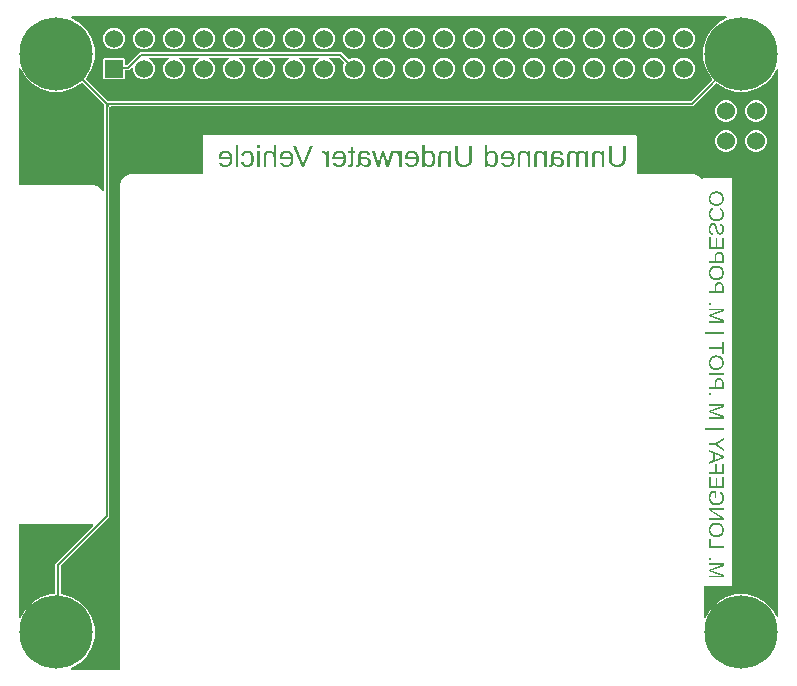
<source format=gbr>
G04 EAGLE Gerber RS-274X export*
G75*
%MOMM*%
%FSLAX34Y34*%
%LPD*%
%INBottom Copper*%
%IPPOS*%
%AMOC8*
5,1,8,0,0,1.08239X$1,22.5*%
G01*
G04 Define Apertures*
%ADD10C,6.200000*%
%ADD11R,1.524000X1.524000*%
%ADD12C,1.524000*%
%ADD13C,0.152400*%
%ADD14C,0.756400*%
G36*
X579363Y492538D02*
X579065Y492478D01*
X86291Y492478D01*
X86005Y492534D01*
X85752Y492701D01*
X67763Y510690D01*
X67605Y510920D01*
X67540Y511216D01*
X67596Y511514D01*
X67763Y511767D01*
X68526Y512530D01*
X72808Y519946D01*
X75024Y528218D01*
X75024Y536782D01*
X72808Y545054D01*
X68526Y552470D01*
X62470Y558526D01*
X55316Y562656D01*
X55185Y562752D01*
X55005Y562997D01*
X54936Y563292D01*
X54986Y563591D01*
X55150Y563846D01*
X55400Y564018D01*
X55697Y564078D01*
X609303Y564078D01*
X609465Y564061D01*
X609742Y563939D01*
X609950Y563718D01*
X610056Y563434D01*
X610042Y563131D01*
X609911Y562857D01*
X609684Y562656D01*
X602530Y558526D01*
X596474Y552470D01*
X592192Y545054D01*
X589976Y536782D01*
X589976Y528218D01*
X592192Y519946D01*
X596474Y512530D01*
X597415Y511589D01*
X597573Y511359D01*
X597638Y511063D01*
X597582Y510765D01*
X597415Y510512D01*
X579604Y492701D01*
X579363Y492538D01*
G37*
%LPC*%
G36*
X571981Y536056D02*
X575619Y536056D01*
X578980Y537448D01*
X581552Y540020D01*
X582944Y543381D01*
X582944Y547019D01*
X581552Y550380D01*
X578980Y552952D01*
X575619Y554344D01*
X571981Y554344D01*
X568620Y552952D01*
X566048Y550380D01*
X564656Y547019D01*
X564656Y543381D01*
X566048Y540020D01*
X568620Y537448D01*
X571981Y536056D01*
G37*
G36*
X546581Y536056D02*
X550219Y536056D01*
X553580Y537448D01*
X556152Y540020D01*
X557544Y543381D01*
X557544Y547019D01*
X556152Y550380D01*
X553580Y552952D01*
X550219Y554344D01*
X546581Y554344D01*
X543220Y552952D01*
X540648Y550380D01*
X539256Y547019D01*
X539256Y543381D01*
X540648Y540020D01*
X543220Y537448D01*
X546581Y536056D01*
G37*
G36*
X521181Y536056D02*
X524819Y536056D01*
X528180Y537448D01*
X530752Y540020D01*
X532144Y543381D01*
X532144Y547019D01*
X530752Y550380D01*
X528180Y552952D01*
X524819Y554344D01*
X521181Y554344D01*
X517820Y552952D01*
X515248Y550380D01*
X513856Y547019D01*
X513856Y543381D01*
X515248Y540020D01*
X517820Y537448D01*
X521181Y536056D01*
G37*
G36*
X495781Y536056D02*
X499419Y536056D01*
X502780Y537448D01*
X505352Y540020D01*
X506744Y543381D01*
X506744Y547019D01*
X505352Y550380D01*
X502780Y552952D01*
X499419Y554344D01*
X495781Y554344D01*
X492420Y552952D01*
X489848Y550380D01*
X488456Y547019D01*
X488456Y543381D01*
X489848Y540020D01*
X492420Y537448D01*
X495781Y536056D01*
G37*
G36*
X470381Y536056D02*
X474019Y536056D01*
X477380Y537448D01*
X479952Y540020D01*
X481344Y543381D01*
X481344Y547019D01*
X479952Y550380D01*
X477380Y552952D01*
X474019Y554344D01*
X470381Y554344D01*
X467020Y552952D01*
X464448Y550380D01*
X463056Y547019D01*
X463056Y543381D01*
X464448Y540020D01*
X467020Y537448D01*
X470381Y536056D01*
G37*
G36*
X444981Y536056D02*
X448619Y536056D01*
X451980Y537448D01*
X454552Y540020D01*
X455944Y543381D01*
X455944Y547019D01*
X454552Y550380D01*
X451980Y552952D01*
X448619Y554344D01*
X444981Y554344D01*
X441620Y552952D01*
X439048Y550380D01*
X437656Y547019D01*
X437656Y543381D01*
X439048Y540020D01*
X441620Y537448D01*
X444981Y536056D01*
G37*
G36*
X419581Y536056D02*
X423219Y536056D01*
X426580Y537448D01*
X429152Y540020D01*
X430544Y543381D01*
X430544Y547019D01*
X429152Y550380D01*
X426580Y552952D01*
X423219Y554344D01*
X419581Y554344D01*
X416220Y552952D01*
X413648Y550380D01*
X412256Y547019D01*
X412256Y543381D01*
X413648Y540020D01*
X416220Y537448D01*
X419581Y536056D01*
G37*
G36*
X394181Y536056D02*
X397819Y536056D01*
X401180Y537448D01*
X403752Y540020D01*
X405144Y543381D01*
X405144Y547019D01*
X403752Y550380D01*
X401180Y552952D01*
X397819Y554344D01*
X394181Y554344D01*
X390820Y552952D01*
X388248Y550380D01*
X386856Y547019D01*
X386856Y543381D01*
X388248Y540020D01*
X390820Y537448D01*
X394181Y536056D01*
G37*
G36*
X368781Y536056D02*
X372419Y536056D01*
X375780Y537448D01*
X378352Y540020D01*
X379744Y543381D01*
X379744Y547019D01*
X378352Y550380D01*
X375780Y552952D01*
X372419Y554344D01*
X368781Y554344D01*
X365420Y552952D01*
X362848Y550380D01*
X361456Y547019D01*
X361456Y543381D01*
X362848Y540020D01*
X365420Y537448D01*
X368781Y536056D01*
G37*
G36*
X343381Y536056D02*
X347019Y536056D01*
X350380Y537448D01*
X352952Y540020D01*
X354344Y543381D01*
X354344Y547019D01*
X352952Y550380D01*
X350380Y552952D01*
X347019Y554344D01*
X343381Y554344D01*
X340020Y552952D01*
X337448Y550380D01*
X336056Y547019D01*
X336056Y543381D01*
X337448Y540020D01*
X340020Y537448D01*
X343381Y536056D01*
G37*
G36*
X317981Y536056D02*
X321619Y536056D01*
X324980Y537448D01*
X327552Y540020D01*
X328944Y543381D01*
X328944Y547019D01*
X327552Y550380D01*
X324980Y552952D01*
X321619Y554344D01*
X317981Y554344D01*
X314620Y552952D01*
X312048Y550380D01*
X310656Y547019D01*
X310656Y543381D01*
X312048Y540020D01*
X314620Y537448D01*
X317981Y536056D01*
G37*
G36*
X292581Y536056D02*
X296219Y536056D01*
X299580Y537448D01*
X302152Y540020D01*
X303544Y543381D01*
X303544Y547019D01*
X302152Y550380D01*
X299580Y552952D01*
X296219Y554344D01*
X292581Y554344D01*
X289220Y552952D01*
X286648Y550380D01*
X285256Y547019D01*
X285256Y543381D01*
X286648Y540020D01*
X289220Y537448D01*
X292581Y536056D01*
G37*
G36*
X267181Y536056D02*
X270819Y536056D01*
X274180Y537448D01*
X276752Y540020D01*
X278144Y543381D01*
X278144Y547019D01*
X276752Y550380D01*
X274180Y552952D01*
X270819Y554344D01*
X267181Y554344D01*
X263820Y552952D01*
X261248Y550380D01*
X259856Y547019D01*
X259856Y543381D01*
X261248Y540020D01*
X263820Y537448D01*
X267181Y536056D01*
G37*
G36*
X241781Y536056D02*
X245419Y536056D01*
X248780Y537448D01*
X251352Y540020D01*
X252744Y543381D01*
X252744Y547019D01*
X251352Y550380D01*
X248780Y552952D01*
X245419Y554344D01*
X241781Y554344D01*
X238420Y552952D01*
X235848Y550380D01*
X234456Y547019D01*
X234456Y543381D01*
X235848Y540020D01*
X238420Y537448D01*
X241781Y536056D01*
G37*
G36*
X216381Y536056D02*
X220019Y536056D01*
X223380Y537448D01*
X225952Y540020D01*
X227344Y543381D01*
X227344Y547019D01*
X225952Y550380D01*
X223380Y552952D01*
X220019Y554344D01*
X216381Y554344D01*
X213020Y552952D01*
X210448Y550380D01*
X209056Y547019D01*
X209056Y543381D01*
X210448Y540020D01*
X213020Y537448D01*
X216381Y536056D01*
G37*
G36*
X190981Y536056D02*
X194619Y536056D01*
X197980Y537448D01*
X200552Y540020D01*
X201944Y543381D01*
X201944Y547019D01*
X200552Y550380D01*
X197980Y552952D01*
X194619Y554344D01*
X190981Y554344D01*
X187620Y552952D01*
X185048Y550380D01*
X183656Y547019D01*
X183656Y543381D01*
X185048Y540020D01*
X187620Y537448D01*
X190981Y536056D01*
G37*
G36*
X165581Y536056D02*
X169219Y536056D01*
X172580Y537448D01*
X175152Y540020D01*
X176544Y543381D01*
X176544Y547019D01*
X175152Y550380D01*
X172580Y552952D01*
X169219Y554344D01*
X165581Y554344D01*
X162220Y552952D01*
X159648Y550380D01*
X158256Y547019D01*
X158256Y543381D01*
X159648Y540020D01*
X162220Y537448D01*
X165581Y536056D01*
G37*
G36*
X140181Y536056D02*
X143819Y536056D01*
X147180Y537448D01*
X149752Y540020D01*
X151144Y543381D01*
X151144Y547019D01*
X149752Y550380D01*
X147180Y552952D01*
X143819Y554344D01*
X140181Y554344D01*
X136820Y552952D01*
X134248Y550380D01*
X132856Y547019D01*
X132856Y543381D01*
X134248Y540020D01*
X136820Y537448D01*
X140181Y536056D01*
G37*
G36*
X114781Y536056D02*
X118419Y536056D01*
X121780Y537448D01*
X124352Y540020D01*
X125744Y543381D01*
X125744Y547019D01*
X124352Y550380D01*
X121780Y552952D01*
X118419Y554344D01*
X114781Y554344D01*
X111420Y552952D01*
X108848Y550380D01*
X107456Y547019D01*
X107456Y543381D01*
X108848Y540020D01*
X111420Y537448D01*
X114781Y536056D01*
G37*
G36*
X89381Y536056D02*
X93019Y536056D01*
X96380Y537448D01*
X98952Y540020D01*
X100344Y543381D01*
X100344Y547019D01*
X98952Y550380D01*
X96380Y552952D01*
X93019Y554344D01*
X89381Y554344D01*
X86020Y552952D01*
X83448Y550380D01*
X82056Y547019D01*
X82056Y543381D01*
X83448Y540020D01*
X86020Y537448D01*
X89381Y536056D01*
G37*
G36*
X82949Y510656D02*
X99451Y510656D01*
X100344Y511549D01*
X100344Y517624D01*
X100395Y517899D01*
X100559Y518154D01*
X100809Y518326D01*
X101106Y518386D01*
X104263Y518386D01*
X106155Y520278D01*
X106375Y520431D01*
X106670Y520501D01*
X106969Y520450D01*
X107224Y520287D01*
X107396Y520037D01*
X107456Y519739D01*
X107456Y517981D01*
X108848Y514620D01*
X111420Y512048D01*
X114781Y510656D01*
X118419Y510656D01*
X121780Y512048D01*
X124352Y514620D01*
X125744Y517981D01*
X125744Y521619D01*
X124352Y524980D01*
X121780Y527552D01*
X121431Y527696D01*
X121211Y527836D01*
X121031Y528081D01*
X120961Y528376D01*
X121012Y528675D01*
X121176Y528930D01*
X121426Y529102D01*
X121723Y529162D01*
X136877Y529162D01*
X137135Y529117D01*
X137394Y528960D01*
X137571Y528714D01*
X137639Y528418D01*
X137586Y528120D01*
X137420Y527866D01*
X137169Y527696D01*
X136820Y527552D01*
X134248Y524980D01*
X132856Y521619D01*
X132856Y517981D01*
X134248Y514620D01*
X136820Y512048D01*
X140181Y510656D01*
X143819Y510656D01*
X147180Y512048D01*
X149752Y514620D01*
X151144Y517981D01*
X151144Y521619D01*
X149752Y524980D01*
X147180Y527552D01*
X146831Y527696D01*
X146611Y527836D01*
X146431Y528081D01*
X146361Y528376D01*
X146412Y528675D01*
X146576Y528930D01*
X146826Y529102D01*
X147123Y529162D01*
X162277Y529162D01*
X162535Y529117D01*
X162794Y528960D01*
X162971Y528714D01*
X163039Y528418D01*
X162986Y528120D01*
X162820Y527866D01*
X162569Y527696D01*
X162220Y527552D01*
X159648Y524980D01*
X158256Y521619D01*
X158256Y517981D01*
X159648Y514620D01*
X162220Y512048D01*
X165581Y510656D01*
X169219Y510656D01*
X172580Y512048D01*
X175152Y514620D01*
X176544Y517981D01*
X176544Y521619D01*
X175152Y524980D01*
X172580Y527552D01*
X172231Y527696D01*
X172011Y527836D01*
X171831Y528081D01*
X171761Y528376D01*
X171812Y528675D01*
X171976Y528930D01*
X172226Y529102D01*
X172523Y529162D01*
X187677Y529162D01*
X187935Y529117D01*
X188194Y528960D01*
X188371Y528714D01*
X188439Y528418D01*
X188386Y528120D01*
X188220Y527866D01*
X187969Y527696D01*
X187620Y527552D01*
X185048Y524980D01*
X183656Y521619D01*
X183656Y517981D01*
X185048Y514620D01*
X187620Y512048D01*
X190981Y510656D01*
X194619Y510656D01*
X197980Y512048D01*
X200552Y514620D01*
X201944Y517981D01*
X201944Y521619D01*
X200552Y524980D01*
X197980Y527552D01*
X197631Y527696D01*
X197411Y527836D01*
X197231Y528081D01*
X197161Y528376D01*
X197212Y528675D01*
X197376Y528930D01*
X197626Y529102D01*
X197923Y529162D01*
X213077Y529162D01*
X213335Y529117D01*
X213594Y528960D01*
X213771Y528714D01*
X213839Y528418D01*
X213786Y528120D01*
X213620Y527866D01*
X213369Y527696D01*
X213020Y527552D01*
X210448Y524980D01*
X209056Y521619D01*
X209056Y517981D01*
X210448Y514620D01*
X213020Y512048D01*
X216381Y510656D01*
X220019Y510656D01*
X223380Y512048D01*
X225952Y514620D01*
X227344Y517981D01*
X227344Y521619D01*
X225952Y524980D01*
X223380Y527552D01*
X223031Y527696D01*
X222811Y527836D01*
X222631Y528081D01*
X222561Y528376D01*
X222612Y528675D01*
X222776Y528930D01*
X223026Y529102D01*
X223323Y529162D01*
X238477Y529162D01*
X238735Y529117D01*
X238994Y528960D01*
X239171Y528714D01*
X239239Y528418D01*
X239186Y528120D01*
X239020Y527866D01*
X238769Y527696D01*
X238420Y527552D01*
X235848Y524980D01*
X234456Y521619D01*
X234456Y517981D01*
X235848Y514620D01*
X238420Y512048D01*
X241781Y510656D01*
X245419Y510656D01*
X248780Y512048D01*
X251352Y514620D01*
X252744Y517981D01*
X252744Y521619D01*
X251352Y524980D01*
X248780Y527552D01*
X248431Y527696D01*
X248211Y527836D01*
X248031Y528081D01*
X247961Y528376D01*
X248012Y528675D01*
X248176Y528930D01*
X248426Y529102D01*
X248723Y529162D01*
X263877Y529162D01*
X264135Y529117D01*
X264394Y528960D01*
X264571Y528714D01*
X264639Y528418D01*
X264586Y528120D01*
X264420Y527866D01*
X264169Y527696D01*
X263820Y527552D01*
X261248Y524980D01*
X259856Y521619D01*
X259856Y517981D01*
X261248Y514620D01*
X263820Y512048D01*
X267181Y510656D01*
X270819Y510656D01*
X274180Y512048D01*
X276752Y514620D01*
X278144Y517981D01*
X278144Y521619D01*
X276752Y524980D01*
X274180Y527552D01*
X273831Y527696D01*
X273611Y527836D01*
X273431Y528081D01*
X273361Y528376D01*
X273412Y528675D01*
X273576Y528930D01*
X273826Y529102D01*
X274123Y529162D01*
X281777Y529162D01*
X282063Y529107D01*
X282316Y528939D01*
X286179Y525076D01*
X286339Y524840D01*
X286402Y524543D01*
X286344Y524246D01*
X285256Y521619D01*
X285256Y517981D01*
X286648Y514620D01*
X289220Y512048D01*
X292581Y510656D01*
X296219Y510656D01*
X299580Y512048D01*
X302152Y514620D01*
X303544Y517981D01*
X303544Y521619D01*
X302152Y524980D01*
X299580Y527552D01*
X296219Y528944D01*
X292581Y528944D01*
X290362Y528025D01*
X290082Y527967D01*
X289784Y528022D01*
X289531Y528190D01*
X283987Y533734D01*
X113145Y533734D01*
X102592Y523181D01*
X102351Y523018D01*
X102053Y522958D01*
X101106Y522958D01*
X100831Y523009D01*
X100576Y523173D01*
X100404Y523423D01*
X100344Y523720D01*
X100344Y528051D01*
X99451Y528944D01*
X82949Y528944D01*
X82056Y528051D01*
X82056Y511549D01*
X82949Y510656D01*
G37*
G36*
X571981Y510656D02*
X575619Y510656D01*
X578980Y512048D01*
X581552Y514620D01*
X582944Y517981D01*
X582944Y521619D01*
X581552Y524980D01*
X578980Y527552D01*
X575619Y528944D01*
X571981Y528944D01*
X568620Y527552D01*
X566048Y524980D01*
X564656Y521619D01*
X564656Y517981D01*
X566048Y514620D01*
X568620Y512048D01*
X571981Y510656D01*
G37*
G36*
X546581Y510656D02*
X550219Y510656D01*
X553580Y512048D01*
X556152Y514620D01*
X557544Y517981D01*
X557544Y521619D01*
X556152Y524980D01*
X553580Y527552D01*
X550219Y528944D01*
X546581Y528944D01*
X543220Y527552D01*
X540648Y524980D01*
X539256Y521619D01*
X539256Y517981D01*
X540648Y514620D01*
X543220Y512048D01*
X546581Y510656D01*
G37*
G36*
X521181Y510656D02*
X524819Y510656D01*
X528180Y512048D01*
X530752Y514620D01*
X532144Y517981D01*
X532144Y521619D01*
X530752Y524980D01*
X528180Y527552D01*
X524819Y528944D01*
X521181Y528944D01*
X517820Y527552D01*
X515248Y524980D01*
X513856Y521619D01*
X513856Y517981D01*
X515248Y514620D01*
X517820Y512048D01*
X521181Y510656D01*
G37*
G36*
X495781Y510656D02*
X499419Y510656D01*
X502780Y512048D01*
X505352Y514620D01*
X506744Y517981D01*
X506744Y521619D01*
X505352Y524980D01*
X502780Y527552D01*
X499419Y528944D01*
X495781Y528944D01*
X492420Y527552D01*
X489848Y524980D01*
X488456Y521619D01*
X488456Y517981D01*
X489848Y514620D01*
X492420Y512048D01*
X495781Y510656D01*
G37*
G36*
X470381Y510656D02*
X474019Y510656D01*
X477380Y512048D01*
X479952Y514620D01*
X481344Y517981D01*
X481344Y521619D01*
X479952Y524980D01*
X477380Y527552D01*
X474019Y528944D01*
X470381Y528944D01*
X467020Y527552D01*
X464448Y524980D01*
X463056Y521619D01*
X463056Y517981D01*
X464448Y514620D01*
X467020Y512048D01*
X470381Y510656D01*
G37*
G36*
X444981Y510656D02*
X448619Y510656D01*
X451980Y512048D01*
X454552Y514620D01*
X455944Y517981D01*
X455944Y521619D01*
X454552Y524980D01*
X451980Y527552D01*
X448619Y528944D01*
X444981Y528944D01*
X441620Y527552D01*
X439048Y524980D01*
X437656Y521619D01*
X437656Y517981D01*
X439048Y514620D01*
X441620Y512048D01*
X444981Y510656D01*
G37*
G36*
X419581Y510656D02*
X423219Y510656D01*
X426580Y512048D01*
X429152Y514620D01*
X430544Y517981D01*
X430544Y521619D01*
X429152Y524980D01*
X426580Y527552D01*
X423219Y528944D01*
X419581Y528944D01*
X416220Y527552D01*
X413648Y524980D01*
X412256Y521619D01*
X412256Y517981D01*
X413648Y514620D01*
X416220Y512048D01*
X419581Y510656D01*
G37*
G36*
X394181Y510656D02*
X397819Y510656D01*
X401180Y512048D01*
X403752Y514620D01*
X405144Y517981D01*
X405144Y521619D01*
X403752Y524980D01*
X401180Y527552D01*
X397819Y528944D01*
X394181Y528944D01*
X390820Y527552D01*
X388248Y524980D01*
X386856Y521619D01*
X386856Y517981D01*
X388248Y514620D01*
X390820Y512048D01*
X394181Y510656D01*
G37*
G36*
X368781Y510656D02*
X372419Y510656D01*
X375780Y512048D01*
X378352Y514620D01*
X379744Y517981D01*
X379744Y521619D01*
X378352Y524980D01*
X375780Y527552D01*
X372419Y528944D01*
X368781Y528944D01*
X365420Y527552D01*
X362848Y524980D01*
X361456Y521619D01*
X361456Y517981D01*
X362848Y514620D01*
X365420Y512048D01*
X368781Y510656D01*
G37*
G36*
X343381Y510656D02*
X347019Y510656D01*
X350380Y512048D01*
X352952Y514620D01*
X354344Y517981D01*
X354344Y521619D01*
X352952Y524980D01*
X350380Y527552D01*
X347019Y528944D01*
X343381Y528944D01*
X340020Y527552D01*
X337448Y524980D01*
X336056Y521619D01*
X336056Y517981D01*
X337448Y514620D01*
X340020Y512048D01*
X343381Y510656D01*
G37*
G36*
X317981Y510656D02*
X321619Y510656D01*
X324980Y512048D01*
X327552Y514620D01*
X328944Y517981D01*
X328944Y521619D01*
X327552Y524980D01*
X324980Y527552D01*
X321619Y528944D01*
X317981Y528944D01*
X314620Y527552D01*
X312048Y524980D01*
X310656Y521619D01*
X310656Y517981D01*
X312048Y514620D01*
X314620Y512048D01*
X317981Y510656D01*
G37*
%LPD*%
G36*
X82288Y416347D02*
X81992Y416282D01*
X81694Y416337D01*
X81441Y416505D01*
X78687Y419259D01*
X74673Y420922D01*
X11684Y420922D01*
X11409Y420973D01*
X11154Y421137D01*
X10982Y421387D01*
X10922Y421684D01*
X10922Y519303D01*
X10939Y519465D01*
X11061Y519742D01*
X11282Y519950D01*
X11567Y520056D01*
X11869Y520042D01*
X12143Y519911D01*
X12344Y519684D01*
X16474Y512530D01*
X22530Y506474D01*
X29946Y502192D01*
X38218Y499976D01*
X46782Y499976D01*
X55054Y502192D01*
X62470Y506474D01*
X63453Y507457D01*
X63683Y507615D01*
X63979Y507680D01*
X64277Y507624D01*
X64530Y507457D01*
X82519Y489468D01*
X82682Y489227D01*
X82742Y488929D01*
X82742Y417044D01*
X82695Y416780D01*
X82536Y416522D01*
X82288Y416347D01*
G37*
G36*
X96113Y10982D02*
X95816Y10922D01*
X55697Y10922D01*
X55535Y10939D01*
X55258Y11061D01*
X55050Y11282D01*
X54944Y11567D01*
X54958Y11869D01*
X55089Y12143D01*
X55316Y12344D01*
X62470Y16474D01*
X68526Y22530D01*
X72808Y29946D01*
X75024Y38218D01*
X75024Y46782D01*
X72808Y55054D01*
X68526Y62470D01*
X62470Y68526D01*
X55054Y72808D01*
X46731Y75038D01*
X46398Y75226D01*
X46226Y75477D01*
X46166Y75774D01*
X46166Y98594D01*
X46222Y98880D01*
X46389Y99133D01*
X87314Y140057D01*
X87314Y486457D01*
X87370Y486743D01*
X87537Y486996D01*
X88224Y487683D01*
X88465Y487846D01*
X88763Y487906D01*
X581275Y487906D01*
X600648Y507279D01*
X600878Y507437D01*
X601174Y507502D01*
X601472Y507446D01*
X601725Y507279D01*
X602530Y506474D01*
X609946Y502192D01*
X618218Y499976D01*
X626782Y499976D01*
X635054Y502192D01*
X642470Y506474D01*
X648526Y512530D01*
X652344Y519143D01*
X652440Y519274D01*
X652684Y519453D01*
X652979Y519523D01*
X653278Y519472D01*
X653534Y519309D01*
X653705Y519059D01*
X653766Y518762D01*
X653766Y56238D01*
X653748Y56077D01*
X653626Y55799D01*
X653405Y55591D01*
X653121Y55486D01*
X652818Y55499D01*
X652544Y55630D01*
X652344Y55857D01*
X648526Y62470D01*
X642470Y68526D01*
X635054Y72808D01*
X626782Y75024D01*
X618218Y75024D01*
X609946Y72808D01*
X602530Y68526D01*
X596474Y62470D01*
X592344Y55316D01*
X592248Y55185D01*
X592003Y55005D01*
X591708Y54936D01*
X591409Y54986D01*
X591154Y55150D01*
X590982Y55400D01*
X590922Y55697D01*
X590922Y80981D01*
X590973Y81255D01*
X591137Y81511D01*
X591387Y81682D01*
X591684Y81743D01*
X613563Y81743D01*
X613800Y81780D01*
X614028Y81854D01*
X614242Y81963D01*
X614436Y82104D01*
X614606Y82274D01*
X614747Y82468D01*
X614856Y82682D01*
X614930Y82910D01*
X614967Y83147D01*
X614967Y426127D01*
X614930Y426364D01*
X614856Y426592D01*
X614747Y426806D01*
X614606Y427000D01*
X614436Y427170D01*
X614242Y427311D01*
X614028Y427420D01*
X613800Y427494D01*
X613563Y427531D01*
X590802Y427531D01*
X590565Y427494D01*
X590337Y427420D01*
X590123Y427311D01*
X589929Y427170D01*
X589760Y427000D01*
X589731Y426961D01*
X589423Y426712D01*
X589127Y426647D01*
X588829Y426703D01*
X588576Y426870D01*
X586187Y429259D01*
X582173Y430922D01*
X534687Y430922D01*
X534412Y430973D01*
X534157Y431137D01*
X533985Y431387D01*
X533925Y431684D01*
X533925Y462572D01*
X533888Y462809D01*
X533813Y463037D01*
X533705Y463251D01*
X533563Y463445D01*
X533394Y463614D01*
X533200Y463755D01*
X532986Y463864D01*
X532758Y463938D01*
X532521Y463976D01*
X168302Y463976D01*
X168065Y463938D01*
X167837Y463864D01*
X167623Y463755D01*
X167429Y463614D01*
X167260Y463445D01*
X167119Y463251D01*
X167010Y463037D01*
X166936Y462809D01*
X166898Y462572D01*
X166898Y431684D01*
X166847Y431409D01*
X166683Y431154D01*
X166433Y430982D01*
X166136Y430922D01*
X105327Y430922D01*
X101313Y429259D01*
X98241Y426187D01*
X96578Y422173D01*
X96578Y11684D01*
X96527Y11409D01*
X96363Y11154D01*
X96113Y10982D01*
G37*
%LPC*%
G36*
X632981Y474826D02*
X636619Y474826D01*
X639980Y476218D01*
X642552Y478790D01*
X643944Y482151D01*
X643944Y485789D01*
X642552Y489150D01*
X639980Y491722D01*
X636619Y493114D01*
X632981Y493114D01*
X629620Y491722D01*
X627048Y489150D01*
X625656Y485789D01*
X625656Y482151D01*
X627048Y478790D01*
X629620Y476218D01*
X632981Y474826D01*
G37*
G36*
X607581Y474826D02*
X611219Y474826D01*
X614580Y476218D01*
X617152Y478790D01*
X618544Y482151D01*
X618544Y485789D01*
X617152Y489150D01*
X614580Y491722D01*
X611219Y493114D01*
X607581Y493114D01*
X604220Y491722D01*
X601648Y489150D01*
X600256Y485789D01*
X600256Y482151D01*
X601648Y478790D01*
X604220Y476218D01*
X607581Y474826D01*
G37*
G36*
X632981Y449426D02*
X636619Y449426D01*
X639980Y450818D01*
X642552Y453390D01*
X643944Y456751D01*
X643944Y460389D01*
X642552Y463750D01*
X639980Y466322D01*
X636619Y467714D01*
X632981Y467714D01*
X629620Y466322D01*
X627048Y463750D01*
X625656Y460389D01*
X625656Y456751D01*
X627048Y453390D01*
X629620Y450818D01*
X632981Y449426D01*
G37*
G36*
X607581Y449426D02*
X611219Y449426D01*
X614580Y450818D01*
X617152Y453390D01*
X618544Y456751D01*
X618544Y460389D01*
X617152Y463750D01*
X614580Y466322D01*
X611219Y467714D01*
X607581Y467714D01*
X604220Y466322D01*
X601648Y463750D01*
X600256Y460389D01*
X600256Y456751D01*
X601648Y453390D01*
X604220Y450818D01*
X607581Y449426D01*
G37*
%LPD*%
G36*
X12003Y55005D02*
X11708Y54936D01*
X11409Y54986D01*
X11154Y55150D01*
X10982Y55400D01*
X10922Y55697D01*
X10922Y133316D01*
X10973Y133591D01*
X11137Y133846D01*
X11387Y134018D01*
X11684Y134078D01*
X73029Y134078D01*
X73292Y134031D01*
X73551Y133872D01*
X73726Y133624D01*
X73791Y133328D01*
X73735Y133030D01*
X73568Y132777D01*
X41594Y100803D01*
X41594Y75786D01*
X41543Y75511D01*
X41379Y75256D01*
X41129Y75084D01*
X40832Y75024D01*
X38218Y75024D01*
X29946Y72808D01*
X22530Y68526D01*
X16474Y62470D01*
X12344Y55316D01*
X12248Y55185D01*
X12003Y55005D01*
G37*
G36*
X411599Y436603D02*
X411233Y436612D01*
X410881Y436638D01*
X410545Y436681D01*
X410224Y436741D01*
X409918Y436819D01*
X409627Y436914D01*
X409351Y437026D01*
X409090Y437155D01*
X408844Y437305D01*
X408609Y437477D01*
X408387Y437671D01*
X408178Y437888D01*
X407981Y438128D01*
X407796Y438391D01*
X407624Y438676D01*
X407465Y438983D01*
X407416Y438983D01*
X407405Y438419D01*
X407373Y437756D01*
X407331Y437174D01*
X407293Y436849D01*
X405183Y436849D01*
X405215Y437268D01*
X405238Y437864D01*
X405257Y439584D01*
X405257Y455054D01*
X407465Y455054D01*
X407465Y449546D01*
X407440Y448062D01*
X407465Y448062D01*
X407624Y448352D01*
X407796Y448622D01*
X407980Y448872D01*
X408176Y449101D01*
X408385Y449310D01*
X408606Y449499D01*
X408839Y449668D01*
X409084Y449816D01*
X409344Y449945D01*
X409619Y450057D01*
X409909Y450152D01*
X410216Y450230D01*
X410538Y450290D01*
X410876Y450334D01*
X411230Y450359D01*
X411599Y450368D01*
X411900Y450361D01*
X412190Y450341D01*
X412472Y450307D01*
X412744Y450260D01*
X413006Y450199D01*
X413259Y450124D01*
X413502Y450036D01*
X413735Y449934D01*
X413959Y449819D01*
X414174Y449690D01*
X414379Y449548D01*
X414575Y449392D01*
X414937Y449039D01*
X415261Y448632D01*
X415547Y448171D01*
X415795Y447656D01*
X416005Y447086D01*
X416177Y446462D01*
X416310Y445784D01*
X416406Y445052D01*
X416463Y444265D01*
X416482Y443424D01*
X416463Y442593D01*
X416408Y441816D01*
X416315Y441093D01*
X416186Y440425D01*
X416019Y439811D01*
X415816Y439252D01*
X415575Y438747D01*
X415298Y438296D01*
X414981Y437899D01*
X414807Y437721D01*
X414623Y437556D01*
X414428Y437403D01*
X414223Y437265D01*
X414007Y437139D01*
X413781Y437027D01*
X413545Y436927D01*
X413298Y436841D01*
X413041Y436769D01*
X412773Y436709D01*
X412495Y436663D01*
X412207Y436630D01*
X411908Y436610D01*
X411599Y436603D01*
G37*
%LPC*%
G36*
X411035Y438309D02*
X411435Y438327D01*
X411805Y438384D01*
X412148Y438478D01*
X412461Y438609D01*
X412746Y438778D01*
X413002Y438985D01*
X413229Y439229D01*
X413427Y439511D01*
X413600Y439836D01*
X413749Y440211D01*
X413876Y440635D01*
X413979Y441109D01*
X414060Y441632D01*
X414117Y442204D01*
X414152Y442826D01*
X414163Y443498D01*
X414152Y444167D01*
X414117Y444788D01*
X414059Y445361D01*
X413978Y445886D01*
X413873Y446362D01*
X413746Y446791D01*
X413595Y447171D01*
X413421Y447503D01*
X413221Y447792D01*
X412992Y448043D01*
X412734Y448255D01*
X412447Y448428D01*
X412131Y448563D01*
X411787Y448659D01*
X411413Y448717D01*
X411010Y448736D01*
X410563Y448717D01*
X410147Y448660D01*
X409762Y448564D01*
X409409Y448430D01*
X409088Y448257D01*
X408797Y448046D01*
X408539Y447797D01*
X408311Y447510D01*
X408113Y447181D01*
X407941Y446808D01*
X407795Y446391D01*
X407676Y445930D01*
X407584Y445425D01*
X407518Y444876D01*
X407478Y444282D01*
X407465Y443645D01*
X407478Y442984D01*
X407518Y442367D01*
X407584Y441795D01*
X407676Y441268D01*
X407795Y440786D01*
X407941Y440349D01*
X408113Y439956D01*
X408311Y439609D01*
X408339Y439572D01*
X408539Y439304D01*
X408799Y439040D01*
X409091Y438816D01*
X409415Y438634D01*
X409772Y438491D01*
X410161Y438390D01*
X410582Y438329D01*
X411035Y438309D01*
G37*
%LPD*%
G36*
X304958Y436603D02*
X304564Y436613D01*
X304185Y436643D01*
X303821Y436692D01*
X303472Y436761D01*
X303138Y436850D01*
X302820Y436959D01*
X302516Y437087D01*
X302228Y437235D01*
X301952Y437407D01*
X301684Y437607D01*
X301425Y437834D01*
X301175Y438089D01*
X300933Y438372D01*
X300700Y438683D01*
X300475Y439022D01*
X300259Y439388D01*
X300186Y439388D01*
X300160Y439056D01*
X300119Y438747D01*
X300062Y438460D01*
X299991Y438197D01*
X299904Y437956D01*
X299803Y437738D01*
X299686Y437542D01*
X299554Y437370D01*
X299404Y437219D01*
X299233Y437088D01*
X299041Y436978D01*
X298828Y436887D01*
X298595Y436817D01*
X298340Y436766D01*
X298065Y436736D01*
X297769Y436726D01*
X297336Y436738D01*
X296907Y436775D01*
X296483Y436836D01*
X296064Y436922D01*
X296064Y438296D01*
X296447Y438232D01*
X296787Y438210D01*
X296961Y438218D01*
X297120Y438241D01*
X297265Y438280D01*
X297395Y438335D01*
X297510Y438404D01*
X297611Y438490D01*
X297697Y438591D01*
X297769Y438707D01*
X297882Y438986D01*
X297962Y439325D01*
X298010Y439725D01*
X298026Y440186D01*
X298026Y445902D01*
X298046Y446429D01*
X298105Y446924D01*
X298204Y447387D01*
X298342Y447818D01*
X298520Y448217D01*
X298737Y448583D01*
X298994Y448918D01*
X299290Y449221D01*
X299625Y449490D01*
X299999Y449723D01*
X300412Y449920D01*
X300863Y450081D01*
X301354Y450207D01*
X301882Y450296D01*
X302450Y450350D01*
X303056Y450368D01*
X303635Y450354D01*
X304181Y450312D01*
X304694Y450242D01*
X305174Y450144D01*
X305622Y450018D01*
X306036Y449864D01*
X306418Y449682D01*
X306767Y449472D01*
X307084Y449235D01*
X307367Y448969D01*
X307618Y448675D01*
X307836Y448353D01*
X308022Y448003D01*
X308174Y447625D01*
X308294Y447220D01*
X308381Y446786D01*
X306074Y446577D01*
X306032Y446844D01*
X305973Y447092D01*
X305897Y447321D01*
X305804Y447531D01*
X305695Y447723D01*
X305568Y447895D01*
X305425Y448049D01*
X305265Y448184D01*
X305083Y448302D01*
X304877Y448404D01*
X304645Y448491D01*
X304387Y448562D01*
X304105Y448617D01*
X303797Y448656D01*
X303464Y448679D01*
X303105Y448687D01*
X302750Y448676D01*
X302418Y448644D01*
X302112Y448589D01*
X301830Y448512D01*
X301572Y448414D01*
X301339Y448294D01*
X301130Y448152D01*
X300946Y447988D01*
X300785Y447799D01*
X300646Y447581D01*
X300528Y447334D01*
X300431Y447059D01*
X300356Y446755D01*
X300302Y446422D01*
X300270Y446060D01*
X300259Y445669D01*
X300259Y444946D01*
X303240Y444896D01*
X303969Y444862D01*
X304645Y444795D01*
X305270Y444696D01*
X305843Y444565D01*
X306363Y444402D01*
X306832Y444206D01*
X307249Y443979D01*
X307614Y443719D01*
X307932Y443428D01*
X308207Y443107D01*
X308440Y442756D01*
X308631Y442375D01*
X308779Y441965D01*
X308885Y441524D01*
X308948Y441054D01*
X308970Y440554D01*
X308954Y440106D01*
X308907Y439683D01*
X308828Y439284D01*
X308718Y438910D01*
X308577Y438560D01*
X308404Y438235D01*
X308199Y437934D01*
X307964Y437658D01*
X307697Y437411D01*
X307399Y437197D01*
X307069Y437015D01*
X306709Y436867D01*
X306318Y436752D01*
X305896Y436669D01*
X305442Y436620D01*
X304958Y436603D01*
G37*
%LPC*%
G36*
X304455Y438259D02*
X304717Y438269D01*
X304964Y438296D01*
X305195Y438342D01*
X305410Y438407D01*
X305610Y438489D01*
X305795Y438591D01*
X305964Y438710D01*
X306117Y438848D01*
X306254Y439003D01*
X306372Y439173D01*
X306472Y439359D01*
X306554Y439560D01*
X306618Y439776D01*
X306664Y440008D01*
X306691Y440255D01*
X306700Y440517D01*
X306693Y440759D01*
X306673Y440990D01*
X306640Y441209D01*
X306593Y441415D01*
X306532Y441610D01*
X306458Y441793D01*
X306371Y441965D01*
X306271Y442124D01*
X306033Y442411D01*
X305748Y442658D01*
X305416Y442865D01*
X305038Y443032D01*
X304825Y443101D01*
X304589Y443162D01*
X304045Y443259D01*
X303408Y443322D01*
X302676Y443351D01*
X300259Y443400D01*
X300259Y442308D01*
X300268Y442054D01*
X300293Y441802D01*
X300336Y441552D01*
X300396Y441303D01*
X300473Y441057D01*
X300566Y440812D01*
X300677Y440568D01*
X300805Y440327D01*
X300948Y440092D01*
X301103Y439871D01*
X301271Y439662D01*
X301451Y439466D01*
X301643Y439283D01*
X301848Y439113D01*
X302066Y438956D01*
X302296Y438812D01*
X302536Y438682D01*
X302785Y438570D01*
X303042Y438475D01*
X303308Y438397D01*
X303582Y438337D01*
X303865Y438294D01*
X304156Y438268D01*
X304455Y438259D01*
G37*
%LPD*%
G36*
X468364Y436603D02*
X467970Y436613D01*
X467591Y436643D01*
X467227Y436692D01*
X466878Y436761D01*
X466545Y436850D01*
X466226Y436959D01*
X465923Y437087D01*
X465635Y437235D01*
X465358Y437407D01*
X465091Y437607D01*
X464831Y437834D01*
X464581Y438089D01*
X464339Y438372D01*
X464106Y438683D01*
X463881Y439022D01*
X463666Y439388D01*
X463592Y439388D01*
X463566Y439056D01*
X463525Y438747D01*
X463469Y438460D01*
X463397Y438197D01*
X463311Y437956D01*
X463209Y437738D01*
X463092Y437542D01*
X462960Y437370D01*
X462810Y437219D01*
X462639Y437088D01*
X462447Y436978D01*
X462235Y436887D01*
X462001Y436817D01*
X461747Y436766D01*
X461471Y436736D01*
X461175Y436726D01*
X460742Y436738D01*
X460313Y436775D01*
X459889Y436836D01*
X459470Y436922D01*
X459470Y438296D01*
X459853Y438232D01*
X460194Y438210D01*
X460367Y438218D01*
X460526Y438241D01*
X460671Y438280D01*
X460801Y438335D01*
X460916Y438404D01*
X461017Y438490D01*
X461103Y438591D01*
X461175Y438707D01*
X461288Y438986D01*
X461368Y439325D01*
X461417Y439725D01*
X461433Y440186D01*
X461433Y445902D01*
X461452Y446429D01*
X461512Y446924D01*
X461610Y447387D01*
X461749Y447818D01*
X461926Y448217D01*
X462144Y448583D01*
X462400Y448918D01*
X462696Y449221D01*
X463032Y449490D01*
X463406Y449723D01*
X463818Y449920D01*
X464270Y450081D01*
X464760Y450207D01*
X465289Y450296D01*
X465856Y450350D01*
X466463Y450368D01*
X467041Y450354D01*
X467587Y450312D01*
X468100Y450242D01*
X468580Y450144D01*
X469028Y450018D01*
X469443Y449864D01*
X469825Y449682D01*
X470174Y449472D01*
X470490Y449235D01*
X470774Y448969D01*
X471025Y448675D01*
X471243Y448353D01*
X471428Y448003D01*
X471580Y447625D01*
X471700Y447220D01*
X471787Y446786D01*
X469481Y446577D01*
X469438Y446844D01*
X469379Y447092D01*
X469303Y447321D01*
X469211Y447531D01*
X469101Y447723D01*
X468975Y447895D01*
X468831Y448049D01*
X468671Y448184D01*
X468490Y448302D01*
X468283Y448404D01*
X468051Y448491D01*
X467794Y448562D01*
X467511Y448617D01*
X467203Y448656D01*
X466870Y448679D01*
X466512Y448687D01*
X466156Y448676D01*
X465825Y448644D01*
X465518Y448589D01*
X465236Y448512D01*
X464978Y448414D01*
X464745Y448294D01*
X464537Y448152D01*
X464353Y447988D01*
X464192Y447799D01*
X464052Y447581D01*
X463934Y447334D01*
X463837Y447059D01*
X463762Y446755D01*
X463708Y446422D01*
X463676Y446060D01*
X463666Y445669D01*
X463666Y444946D01*
X466647Y444896D01*
X467375Y444862D01*
X468052Y444795D01*
X468676Y444696D01*
X469249Y444565D01*
X469770Y444402D01*
X470239Y444206D01*
X470655Y443979D01*
X471020Y443719D01*
X471338Y443428D01*
X471613Y443107D01*
X471846Y442756D01*
X472037Y442375D01*
X472185Y441965D01*
X472291Y441524D01*
X472355Y441054D01*
X472376Y440554D01*
X472360Y440106D01*
X472313Y439683D01*
X472234Y439284D01*
X472124Y438910D01*
X471983Y438560D01*
X471810Y438235D01*
X471606Y437934D01*
X471370Y437658D01*
X471103Y437411D01*
X470805Y437197D01*
X470476Y437015D01*
X470115Y436867D01*
X469724Y436752D01*
X469302Y436669D01*
X468849Y436620D01*
X468364Y436603D01*
G37*
%LPC*%
G36*
X467861Y438259D02*
X468123Y438269D01*
X468370Y438296D01*
X468601Y438342D01*
X468817Y438407D01*
X469017Y438489D01*
X469201Y438591D01*
X469370Y438710D01*
X469524Y438848D01*
X469660Y439003D01*
X469778Y439173D01*
X469879Y439359D01*
X469961Y439560D01*
X470024Y439776D01*
X470070Y440008D01*
X470097Y440255D01*
X470106Y440517D01*
X470100Y440759D01*
X470079Y440990D01*
X470046Y441209D01*
X469999Y441415D01*
X469939Y441610D01*
X469865Y441793D01*
X469777Y441965D01*
X469677Y442124D01*
X469439Y442411D01*
X469154Y442658D01*
X468822Y442865D01*
X468444Y443032D01*
X468231Y443101D01*
X467995Y443162D01*
X467452Y443259D01*
X466814Y443322D01*
X466082Y443351D01*
X463666Y443400D01*
X463666Y442308D01*
X463674Y442054D01*
X463700Y441802D01*
X463742Y441552D01*
X463802Y441303D01*
X463879Y441057D01*
X463973Y440812D01*
X464083Y440568D01*
X464211Y440327D01*
X464354Y440092D01*
X464509Y439871D01*
X464677Y439662D01*
X464857Y439466D01*
X465050Y439283D01*
X465255Y439113D01*
X465472Y438956D01*
X465702Y438812D01*
X465942Y438682D01*
X466191Y438570D01*
X466448Y438475D01*
X466714Y438397D01*
X466988Y438337D01*
X467271Y438294D01*
X467562Y438268D01*
X467861Y438259D01*
G37*
%LPD*%
G36*
X477291Y436849D02*
X475108Y436849D01*
X475108Y445694D01*
X475122Y446295D01*
X475165Y446852D01*
X475236Y447365D01*
X475336Y447835D01*
X475465Y448261D01*
X475622Y448643D01*
X475807Y448981D01*
X476021Y449276D01*
X476267Y449532D01*
X476547Y449754D01*
X476861Y449942D01*
X477210Y450095D01*
X477593Y450214D01*
X478010Y450300D01*
X478462Y450351D01*
X478947Y450368D01*
X479288Y450359D01*
X479615Y450331D01*
X479929Y450285D01*
X480231Y450221D01*
X480520Y450138D01*
X480796Y450037D01*
X481059Y449917D01*
X481309Y449779D01*
X481548Y449620D01*
X481779Y449438D01*
X482000Y449232D01*
X482212Y449003D01*
X482416Y448751D01*
X482610Y448475D01*
X482795Y448176D01*
X482971Y447853D01*
X483008Y447853D01*
X483102Y448170D01*
X483213Y448465D01*
X483341Y448738D01*
X483485Y448988D01*
X483646Y449216D01*
X483824Y449422D01*
X484018Y449605D01*
X484229Y449767D01*
X484458Y449908D01*
X484707Y450030D01*
X484976Y450133D01*
X485264Y450218D01*
X485572Y450283D01*
X485900Y450330D01*
X486248Y450359D01*
X486615Y450368D01*
X486940Y450359D01*
X487252Y450334D01*
X487552Y450290D01*
X487839Y450230D01*
X488113Y450152D01*
X488375Y450057D01*
X488624Y449945D01*
X488860Y449816D01*
X489087Y449665D01*
X489307Y449486D01*
X489521Y449281D01*
X489728Y449049D01*
X489929Y448790D01*
X490123Y448505D01*
X490311Y448192D01*
X490492Y447853D01*
X490528Y447853D01*
X490571Y449172D01*
X490602Y449791D01*
X490627Y450123D01*
X492712Y450123D01*
X492680Y449752D01*
X492657Y449157D01*
X492639Y447289D01*
X492639Y436849D01*
X490443Y436849D01*
X490443Y444541D01*
X490430Y445018D01*
X490391Y445467D01*
X490327Y445889D01*
X490237Y446283D01*
X490122Y446649D01*
X489980Y446988D01*
X489813Y447299D01*
X489621Y447583D01*
X489406Y447836D01*
X489173Y448056D01*
X488921Y448241D01*
X488651Y448393D01*
X488363Y448511D01*
X488056Y448595D01*
X487731Y448646D01*
X487388Y448663D01*
X487058Y448651D01*
X486754Y448617D01*
X486476Y448559D01*
X486225Y448479D01*
X486001Y448375D01*
X485803Y448249D01*
X485631Y448099D01*
X485486Y447927D01*
X485363Y447724D01*
X485256Y447484D01*
X485165Y447207D01*
X485091Y446893D01*
X485033Y446542D01*
X484992Y446153D01*
X484967Y445727D01*
X484959Y445265D01*
X484959Y436849D01*
X482775Y436849D01*
X482775Y444541D01*
X482763Y445020D01*
X482725Y445472D01*
X482662Y445895D01*
X482574Y446290D01*
X482461Y446657D01*
X482323Y446996D01*
X482160Y447307D01*
X481972Y447589D01*
X481761Y447841D01*
X481529Y448059D01*
X481278Y448243D01*
X481007Y448394D01*
X480715Y448512D01*
X480404Y448596D01*
X480072Y448646D01*
X479720Y448663D01*
X479390Y448651D01*
X479086Y448617D01*
X478809Y448559D01*
X478558Y448479D01*
X478333Y448375D01*
X478135Y448249D01*
X477964Y448099D01*
X477819Y447927D01*
X477695Y447724D01*
X477588Y447484D01*
X477497Y447207D01*
X477423Y446893D01*
X477365Y446542D01*
X477324Y446153D01*
X477299Y445727D01*
X477291Y445265D01*
X477291Y436849D01*
G37*
G36*
X185602Y436603D02*
X185087Y436616D01*
X184595Y436652D01*
X184126Y436714D01*
X183681Y436800D01*
X183260Y436910D01*
X182863Y437045D01*
X182490Y437204D01*
X182140Y437388D01*
X181813Y437597D01*
X181511Y437830D01*
X181232Y438088D01*
X180976Y438370D01*
X180745Y438677D01*
X180537Y439008D01*
X180353Y439364D01*
X180192Y439744D01*
X182130Y440296D01*
X182216Y440080D01*
X182319Y439873D01*
X182439Y439677D01*
X182577Y439489D01*
X182732Y439312D01*
X182904Y439144D01*
X183094Y438985D01*
X183302Y438836D01*
X183527Y438701D01*
X183770Y438584D01*
X184031Y438485D01*
X184309Y438404D01*
X184606Y438341D01*
X184920Y438295D01*
X185252Y438268D01*
X185602Y438259D01*
X186043Y438279D01*
X186456Y438337D01*
X186841Y438434D01*
X187200Y438569D01*
X187532Y438743D01*
X187836Y438956D01*
X188113Y439208D01*
X188363Y439499D01*
X188584Y439825D01*
X188776Y440183D01*
X188938Y440574D01*
X189071Y440998D01*
X189174Y441455D01*
X189248Y441944D01*
X189292Y442465D01*
X189307Y443019D01*
X179836Y443019D01*
X179836Y443314D01*
X179859Y444168D01*
X179928Y444967D01*
X179979Y445346D01*
X180042Y445711D01*
X180116Y446063D01*
X180202Y446400D01*
X180299Y446724D01*
X180408Y447034D01*
X180528Y447330D01*
X180659Y447613D01*
X180802Y447881D01*
X180956Y448136D01*
X181122Y448377D01*
X181299Y448604D01*
X181488Y448818D01*
X181688Y449018D01*
X181899Y449204D01*
X182122Y449376D01*
X182356Y449534D01*
X182602Y449679D01*
X182859Y449810D01*
X183128Y449927D01*
X183408Y450030D01*
X183699Y450120D01*
X184002Y450196D01*
X184317Y450258D01*
X184642Y450306D01*
X184979Y450340D01*
X185328Y450361D01*
X185688Y450368D01*
X186040Y450361D01*
X186382Y450341D01*
X186714Y450306D01*
X187035Y450258D01*
X187346Y450197D01*
X187646Y450121D01*
X187937Y450032D01*
X188217Y449929D01*
X188487Y449813D01*
X188746Y449683D01*
X188995Y449539D01*
X189234Y449381D01*
X189462Y449210D01*
X189681Y449025D01*
X189889Y448826D01*
X190086Y448614D01*
X190273Y448388D01*
X190447Y448151D01*
X190609Y447902D01*
X190760Y447641D01*
X190898Y447367D01*
X191024Y447082D01*
X191139Y446785D01*
X191241Y446476D01*
X191331Y446155D01*
X191409Y445822D01*
X191475Y445477D01*
X191530Y445120D01*
X191572Y444751D01*
X191602Y444370D01*
X191620Y443977D01*
X191626Y443572D01*
X191620Y443146D01*
X191602Y442733D01*
X191572Y442334D01*
X191530Y441948D01*
X191475Y441576D01*
X191409Y441217D01*
X191331Y440871D01*
X191241Y440538D01*
X191139Y440219D01*
X191024Y439913D01*
X190898Y439621D01*
X190760Y439341D01*
X190609Y439075D01*
X190447Y438823D01*
X190273Y438584D01*
X190086Y438358D01*
X189888Y438145D01*
X189679Y437946D01*
X189459Y437761D01*
X189229Y437590D01*
X188987Y437432D01*
X188734Y437289D01*
X188470Y437158D01*
X188195Y437042D01*
X187910Y436939D01*
X187613Y436850D01*
X187305Y436775D01*
X186987Y436713D01*
X186657Y436665D01*
X186316Y436631D01*
X185965Y436610D01*
X185602Y436603D01*
G37*
%LPC*%
G36*
X189283Y444712D02*
X189251Y445169D01*
X189192Y445601D01*
X189106Y446007D01*
X188993Y446389D01*
X188853Y446745D01*
X188686Y447076D01*
X188492Y447382D01*
X188271Y447663D01*
X188025Y447915D01*
X187759Y448133D01*
X187473Y448317D01*
X187165Y448468D01*
X186836Y448585D01*
X186487Y448669D01*
X186116Y448720D01*
X185725Y448736D01*
X185323Y448721D01*
X184945Y448676D01*
X184591Y448601D01*
X184262Y448496D01*
X183957Y448360D01*
X183675Y448195D01*
X183418Y447999D01*
X183185Y447773D01*
X182976Y447515D01*
X182787Y447221D01*
X182621Y446891D01*
X182477Y446527D01*
X182354Y446126D01*
X182254Y445690D01*
X182175Y445219D01*
X182118Y444712D01*
X189283Y444712D01*
G37*
%LPD*%
G36*
X237290Y436603D02*
X236774Y436616D01*
X236282Y436652D01*
X235814Y436714D01*
X235369Y436800D01*
X234948Y436910D01*
X234551Y437045D01*
X234177Y437204D01*
X233827Y437388D01*
X233501Y437597D01*
X233198Y437830D01*
X232919Y438088D01*
X232664Y438370D01*
X232432Y438677D01*
X232224Y439008D01*
X232040Y439364D01*
X231879Y439744D01*
X233818Y440296D01*
X233903Y440080D01*
X234006Y439873D01*
X234126Y439677D01*
X234264Y439489D01*
X234419Y439312D01*
X234592Y439144D01*
X234782Y438985D01*
X234989Y438836D01*
X235215Y438701D01*
X235458Y438584D01*
X235718Y438485D01*
X235997Y438404D01*
X236293Y438341D01*
X236608Y438295D01*
X236940Y438268D01*
X237290Y438259D01*
X237730Y438279D01*
X238143Y438337D01*
X238529Y438434D01*
X238888Y438569D01*
X239219Y438743D01*
X239523Y438956D01*
X239800Y439208D01*
X240050Y439499D01*
X240271Y439825D01*
X240463Y440183D01*
X240626Y440574D01*
X240759Y440998D01*
X240862Y441455D01*
X240936Y441944D01*
X240980Y442465D01*
X240995Y443019D01*
X231524Y443019D01*
X231524Y443314D01*
X231547Y444168D01*
X231615Y444967D01*
X231667Y445346D01*
X231729Y445711D01*
X231804Y446063D01*
X231889Y446400D01*
X231987Y446724D01*
X232095Y447034D01*
X232215Y447330D01*
X232347Y447613D01*
X232490Y447881D01*
X232644Y448136D01*
X232810Y448377D01*
X232987Y448604D01*
X233175Y448818D01*
X233375Y449018D01*
X233587Y449204D01*
X233810Y449376D01*
X234044Y449534D01*
X234290Y449679D01*
X234547Y449810D01*
X234815Y449927D01*
X235095Y450030D01*
X235387Y450120D01*
X235690Y450196D01*
X236004Y450258D01*
X236330Y450306D01*
X236667Y450340D01*
X237016Y450361D01*
X237376Y450368D01*
X237728Y450361D01*
X238070Y450341D01*
X238401Y450306D01*
X238722Y450258D01*
X239033Y450197D01*
X239334Y450121D01*
X239624Y450032D01*
X239904Y449929D01*
X240174Y449813D01*
X240434Y449683D01*
X240683Y449539D01*
X240921Y449381D01*
X241150Y449210D01*
X241368Y449025D01*
X241576Y448826D01*
X241774Y448614D01*
X241960Y448388D01*
X242135Y448151D01*
X242297Y447902D01*
X242447Y447641D01*
X242586Y447367D01*
X242712Y447082D01*
X242826Y446785D01*
X242928Y446476D01*
X243019Y446155D01*
X243097Y445822D01*
X243163Y445477D01*
X243217Y445120D01*
X243259Y444751D01*
X243289Y444370D01*
X243307Y443977D01*
X243313Y443572D01*
X243307Y443146D01*
X243289Y442733D01*
X243259Y442334D01*
X243217Y441948D01*
X243163Y441576D01*
X243097Y441217D01*
X243019Y440871D01*
X242928Y440538D01*
X242826Y440219D01*
X242712Y439913D01*
X242586Y439621D01*
X242447Y439341D01*
X242297Y439075D01*
X242135Y438823D01*
X241960Y438584D01*
X241774Y438358D01*
X241576Y438145D01*
X241367Y437946D01*
X241147Y437761D01*
X240916Y437590D01*
X240674Y437432D01*
X240421Y437289D01*
X240158Y437158D01*
X239883Y437042D01*
X239597Y436939D01*
X239300Y436850D01*
X238993Y436775D01*
X238674Y436713D01*
X238344Y436665D01*
X238004Y436631D01*
X237652Y436610D01*
X237290Y436603D01*
G37*
%LPC*%
G36*
X240970Y444712D02*
X240938Y445169D01*
X240879Y445601D01*
X240793Y446007D01*
X240680Y446389D01*
X240540Y446745D01*
X240373Y447076D01*
X240179Y447382D01*
X239958Y447663D01*
X239713Y447915D01*
X239447Y448133D01*
X239160Y448317D01*
X238852Y448468D01*
X238524Y448585D01*
X238174Y448669D01*
X237804Y448720D01*
X237412Y448736D01*
X237010Y448721D01*
X236633Y448676D01*
X236279Y448601D01*
X235949Y448496D01*
X235644Y448360D01*
X235363Y448195D01*
X235106Y447999D01*
X234873Y447773D01*
X234663Y447515D01*
X234475Y447221D01*
X234309Y446891D01*
X234164Y446527D01*
X234042Y446126D01*
X233941Y445690D01*
X233863Y445219D01*
X233806Y444712D01*
X240970Y444712D01*
G37*
%LPD*%
G36*
X281977Y436603D02*
X281462Y436616D01*
X280970Y436652D01*
X280501Y436714D01*
X280056Y436800D01*
X279635Y436910D01*
X279238Y437045D01*
X278865Y437204D01*
X278515Y437388D01*
X278188Y437597D01*
X277886Y437830D01*
X277607Y438088D01*
X277351Y438370D01*
X277120Y438677D01*
X276912Y439008D01*
X276728Y439364D01*
X276567Y439744D01*
X278505Y440296D01*
X278591Y440080D01*
X278694Y439873D01*
X278814Y439677D01*
X278952Y439489D01*
X279107Y439312D01*
X279279Y439144D01*
X279469Y438985D01*
X279677Y438836D01*
X279902Y438701D01*
X280145Y438584D01*
X280406Y438485D01*
X280684Y438404D01*
X280981Y438341D01*
X281295Y438295D01*
X281627Y438268D01*
X281977Y438259D01*
X282418Y438279D01*
X282831Y438337D01*
X283216Y438434D01*
X283575Y438569D01*
X283907Y438743D01*
X284211Y438956D01*
X284488Y439208D01*
X284738Y439499D01*
X284959Y439825D01*
X285151Y440183D01*
X285313Y440574D01*
X285446Y440998D01*
X285549Y441455D01*
X285623Y441944D01*
X285667Y442465D01*
X285682Y443019D01*
X276211Y443019D01*
X276211Y443314D01*
X276234Y444168D01*
X276303Y444967D01*
X276354Y445346D01*
X276417Y445711D01*
X276491Y446063D01*
X276577Y446400D01*
X276674Y446724D01*
X276783Y447034D01*
X276903Y447330D01*
X277034Y447613D01*
X277177Y447881D01*
X277331Y448136D01*
X277497Y448377D01*
X277674Y448604D01*
X277863Y448818D01*
X278063Y449018D01*
X278274Y449204D01*
X278497Y449376D01*
X278731Y449534D01*
X278977Y449679D01*
X279234Y449810D01*
X279503Y449927D01*
X279783Y450030D01*
X280074Y450120D01*
X280377Y450196D01*
X280692Y450258D01*
X281017Y450306D01*
X281354Y450340D01*
X281703Y450361D01*
X282063Y450368D01*
X282415Y450361D01*
X282757Y450341D01*
X283089Y450306D01*
X283410Y450258D01*
X283721Y450197D01*
X284021Y450121D01*
X284312Y450032D01*
X284592Y449929D01*
X284862Y449813D01*
X285121Y449683D01*
X285370Y449539D01*
X285609Y449381D01*
X285837Y449210D01*
X286056Y449025D01*
X286264Y448826D01*
X286461Y448614D01*
X286648Y448388D01*
X286822Y448151D01*
X286984Y447902D01*
X287135Y447641D01*
X287273Y447367D01*
X287399Y447082D01*
X287514Y446785D01*
X287616Y446476D01*
X287706Y446155D01*
X287784Y445822D01*
X287850Y445477D01*
X287905Y445120D01*
X287947Y444751D01*
X287977Y444370D01*
X287995Y443977D01*
X288001Y443572D01*
X287995Y443146D01*
X287977Y442733D01*
X287947Y442334D01*
X287905Y441948D01*
X287850Y441576D01*
X287784Y441217D01*
X287706Y440871D01*
X287616Y440538D01*
X287514Y440219D01*
X287399Y439913D01*
X287273Y439621D01*
X287135Y439341D01*
X286984Y439075D01*
X286822Y438823D01*
X286648Y438584D01*
X286461Y438358D01*
X286263Y438145D01*
X286054Y437946D01*
X285834Y437761D01*
X285604Y437590D01*
X285362Y437432D01*
X285109Y437289D01*
X284845Y437158D01*
X284570Y437042D01*
X284285Y436939D01*
X283988Y436850D01*
X283680Y436775D01*
X283362Y436713D01*
X283032Y436665D01*
X282691Y436631D01*
X282340Y436610D01*
X281977Y436603D01*
G37*
%LPC*%
G36*
X285658Y444712D02*
X285626Y445169D01*
X285567Y445601D01*
X285481Y446007D01*
X285368Y446389D01*
X285228Y446745D01*
X285061Y447076D01*
X284867Y447382D01*
X284646Y447663D01*
X284400Y447915D01*
X284134Y448133D01*
X283848Y448317D01*
X283540Y448468D01*
X283211Y448585D01*
X282862Y448669D01*
X282491Y448720D01*
X282100Y448736D01*
X281698Y448721D01*
X281320Y448676D01*
X280966Y448601D01*
X280637Y448496D01*
X280332Y448360D01*
X280050Y448195D01*
X279793Y447999D01*
X279560Y447773D01*
X279351Y447515D01*
X279162Y447221D01*
X278996Y446891D01*
X278852Y446527D01*
X278729Y446126D01*
X278629Y445690D01*
X278550Y445219D01*
X278493Y444712D01*
X285658Y444712D01*
G37*
%LPD*%
G36*
X343415Y436603D02*
X342899Y436616D01*
X342407Y436652D01*
X341939Y436714D01*
X341494Y436800D01*
X341073Y436910D01*
X340676Y437045D01*
X340302Y437204D01*
X339952Y437388D01*
X339626Y437597D01*
X339323Y437830D01*
X339044Y438088D01*
X338789Y438370D01*
X338557Y438677D01*
X338349Y439008D01*
X338165Y439364D01*
X338004Y439744D01*
X339943Y440296D01*
X340028Y440080D01*
X340131Y439873D01*
X340251Y439677D01*
X340389Y439489D01*
X340544Y439312D01*
X340717Y439144D01*
X340907Y438985D01*
X341114Y438836D01*
X341340Y438701D01*
X341583Y438584D01*
X341843Y438485D01*
X342122Y438404D01*
X342418Y438341D01*
X342733Y438295D01*
X343065Y438268D01*
X343415Y438259D01*
X343855Y438279D01*
X344268Y438337D01*
X344654Y438434D01*
X345013Y438569D01*
X345344Y438743D01*
X345648Y438956D01*
X345925Y439208D01*
X346175Y439499D01*
X346396Y439825D01*
X346588Y440183D01*
X346751Y440574D01*
X346884Y440998D01*
X346987Y441455D01*
X347061Y441944D01*
X347105Y442465D01*
X347120Y443019D01*
X337649Y443019D01*
X337649Y443314D01*
X337672Y444168D01*
X337740Y444967D01*
X337792Y445346D01*
X337854Y445711D01*
X337929Y446063D01*
X338014Y446400D01*
X338112Y446724D01*
X338220Y447034D01*
X338340Y447330D01*
X338472Y447613D01*
X338615Y447881D01*
X338769Y448136D01*
X338935Y448377D01*
X339112Y448604D01*
X339300Y448818D01*
X339500Y449018D01*
X339712Y449204D01*
X339935Y449376D01*
X340169Y449534D01*
X340415Y449679D01*
X340672Y449810D01*
X340940Y449927D01*
X341220Y450030D01*
X341512Y450120D01*
X341815Y450196D01*
X342129Y450258D01*
X342455Y450306D01*
X342792Y450340D01*
X343141Y450361D01*
X343501Y450368D01*
X343853Y450361D01*
X344195Y450341D01*
X344526Y450306D01*
X344847Y450258D01*
X345158Y450197D01*
X345459Y450121D01*
X345749Y450032D01*
X346029Y449929D01*
X346299Y449813D01*
X346559Y449683D01*
X346808Y449539D01*
X347046Y449381D01*
X347275Y449210D01*
X347493Y449025D01*
X347701Y448826D01*
X347899Y448614D01*
X348085Y448388D01*
X348260Y448151D01*
X348422Y447902D01*
X348572Y447641D01*
X348711Y447367D01*
X348837Y447082D01*
X348951Y446785D01*
X349053Y446476D01*
X349144Y446155D01*
X349222Y445822D01*
X349288Y445477D01*
X349342Y445120D01*
X349384Y444751D01*
X349414Y444370D01*
X349432Y443977D01*
X349438Y443572D01*
X349432Y443146D01*
X349414Y442733D01*
X349384Y442334D01*
X349342Y441948D01*
X349288Y441576D01*
X349222Y441217D01*
X349144Y440871D01*
X349053Y440538D01*
X348951Y440219D01*
X348837Y439913D01*
X348711Y439621D01*
X348572Y439341D01*
X348422Y439075D01*
X348260Y438823D01*
X348085Y438584D01*
X347899Y438358D01*
X347701Y438145D01*
X347492Y437946D01*
X347272Y437761D01*
X347041Y437590D01*
X346799Y437432D01*
X346546Y437289D01*
X346283Y437158D01*
X346008Y437042D01*
X345722Y436939D01*
X345425Y436850D01*
X345118Y436775D01*
X344799Y436713D01*
X344469Y436665D01*
X344129Y436631D01*
X343777Y436610D01*
X343415Y436603D01*
G37*
%LPC*%
G36*
X347095Y444712D02*
X347063Y445169D01*
X347004Y445601D01*
X346918Y446007D01*
X346805Y446389D01*
X346665Y446745D01*
X346498Y447076D01*
X346304Y447382D01*
X346083Y447663D01*
X345838Y447915D01*
X345572Y448133D01*
X345285Y448317D01*
X344977Y448468D01*
X344649Y448585D01*
X344299Y448669D01*
X343929Y448720D01*
X343537Y448736D01*
X343135Y448721D01*
X342758Y448676D01*
X342404Y448601D01*
X342074Y448496D01*
X341769Y448360D01*
X341488Y448195D01*
X341231Y447999D01*
X340998Y447773D01*
X340788Y447515D01*
X340600Y447221D01*
X340434Y446891D01*
X340289Y446527D01*
X340167Y446126D01*
X340066Y445690D01*
X339988Y445219D01*
X339931Y444712D01*
X347095Y444712D01*
G37*
%LPD*%
G36*
X424446Y436603D02*
X423930Y436616D01*
X423438Y436652D01*
X422970Y436714D01*
X422525Y436800D01*
X422104Y436910D01*
X421707Y437045D01*
X421333Y437204D01*
X420983Y437388D01*
X420657Y437597D01*
X420354Y437830D01*
X420075Y438088D01*
X419820Y438370D01*
X419589Y438677D01*
X419381Y439008D01*
X419196Y439364D01*
X419036Y439744D01*
X420974Y440296D01*
X421059Y440080D01*
X421162Y439873D01*
X421283Y439677D01*
X421420Y439489D01*
X421576Y439312D01*
X421748Y439144D01*
X421938Y438985D01*
X422146Y438836D01*
X422371Y438701D01*
X422614Y438584D01*
X422875Y438485D01*
X423153Y438404D01*
X423450Y438341D01*
X423764Y438295D01*
X424096Y438268D01*
X424446Y438259D01*
X424886Y438279D01*
X425299Y438337D01*
X425685Y438434D01*
X426044Y438569D01*
X426375Y438743D01*
X426680Y438956D01*
X426957Y439208D01*
X427206Y439499D01*
X427428Y439825D01*
X427620Y440183D01*
X427782Y440574D01*
X427915Y440998D01*
X428018Y441455D01*
X428092Y441944D01*
X428136Y442465D01*
X428151Y443019D01*
X418680Y443019D01*
X418680Y443314D01*
X418703Y444168D01*
X418771Y444967D01*
X418823Y445346D01*
X418886Y445711D01*
X418960Y446063D01*
X419046Y446400D01*
X419143Y446724D01*
X419251Y447034D01*
X419371Y447330D01*
X419503Y447613D01*
X419646Y447881D01*
X419800Y448136D01*
X419966Y448377D01*
X420143Y448604D01*
X420332Y448818D01*
X420532Y449018D01*
X420743Y449204D01*
X420966Y449376D01*
X421200Y449534D01*
X421446Y449679D01*
X421703Y449810D01*
X421972Y449927D01*
X422252Y450030D01*
X422543Y450120D01*
X422846Y450196D01*
X423160Y450258D01*
X423486Y450306D01*
X423823Y450340D01*
X424172Y450361D01*
X424532Y450368D01*
X424884Y450361D01*
X425226Y450341D01*
X425557Y450306D01*
X425879Y450258D01*
X426190Y450197D01*
X426490Y450121D01*
X426781Y450032D01*
X427061Y449929D01*
X427330Y449813D01*
X427590Y449683D01*
X427839Y449539D01*
X428078Y449381D01*
X428306Y449210D01*
X428524Y449025D01*
X428732Y448826D01*
X428930Y448614D01*
X429116Y448388D01*
X429291Y448151D01*
X429453Y447902D01*
X429604Y447641D01*
X429742Y447367D01*
X429868Y447082D01*
X429982Y446785D01*
X430085Y446476D01*
X430175Y446155D01*
X430253Y445822D01*
X430319Y445477D01*
X430373Y445120D01*
X430415Y444751D01*
X430446Y444370D01*
X430464Y443977D01*
X430470Y443572D01*
X430464Y443146D01*
X430446Y442733D01*
X430415Y442334D01*
X430373Y441948D01*
X430319Y441576D01*
X430253Y441217D01*
X430175Y440871D01*
X430085Y440538D01*
X429982Y440219D01*
X429868Y439913D01*
X429742Y439621D01*
X429604Y439341D01*
X429453Y439075D01*
X429291Y438823D01*
X429116Y438584D01*
X428930Y438358D01*
X428732Y438145D01*
X428523Y437946D01*
X428303Y437761D01*
X428072Y437590D01*
X427830Y437432D01*
X427578Y437289D01*
X427314Y437158D01*
X427039Y437042D01*
X426753Y436939D01*
X426457Y436850D01*
X426149Y436775D01*
X425830Y436713D01*
X425501Y436665D01*
X425160Y436631D01*
X424809Y436610D01*
X424446Y436603D01*
G37*
%LPC*%
G36*
X428126Y444712D02*
X428094Y445169D01*
X428036Y445601D01*
X427950Y446007D01*
X427837Y446389D01*
X427697Y446745D01*
X427529Y447076D01*
X427335Y447382D01*
X427114Y447663D01*
X426869Y447915D01*
X426603Y448133D01*
X426316Y448317D01*
X426009Y448468D01*
X425680Y448585D01*
X425330Y448669D01*
X424960Y448720D01*
X424569Y448736D01*
X424167Y448721D01*
X423789Y448676D01*
X423435Y448601D01*
X423106Y448496D01*
X422800Y448360D01*
X422519Y448195D01*
X422262Y447999D01*
X422029Y447773D01*
X421819Y447515D01*
X421631Y447221D01*
X421465Y446891D01*
X421321Y446527D01*
X421198Y446126D01*
X421098Y445690D01*
X421019Y445219D01*
X420962Y444712D01*
X428126Y444712D01*
G37*
%LPD*%
G36*
X316323Y436849D02*
X313759Y436849D01*
X309956Y450123D01*
X312115Y450123D01*
X314630Y440382D01*
X315011Y438677D01*
X315575Y441007D01*
X317894Y450123D01*
X320261Y450123D01*
X323034Y439584D01*
X323242Y438677D01*
X323595Y440351D01*
X323770Y441106D01*
X326015Y450123D01*
X328199Y450123D01*
X324481Y436849D01*
X321930Y436849D01*
X320169Y443733D01*
X319427Y446718D01*
X319084Y448307D01*
X318642Y446234D01*
X316323Y436849D01*
G37*
G36*
X387631Y436603D02*
X387088Y436616D01*
X386564Y436654D01*
X386057Y436716D01*
X385569Y436804D01*
X385099Y436917D01*
X384647Y437055D01*
X384213Y437218D01*
X383798Y437407D01*
X383403Y437619D01*
X383031Y437853D01*
X382682Y438110D01*
X382356Y438390D01*
X382053Y438692D01*
X381773Y439016D01*
X381517Y439363D01*
X381283Y439732D01*
X381074Y440121D01*
X380894Y440528D01*
X380741Y440954D01*
X380616Y441397D01*
X380518Y441858D01*
X380449Y442338D01*
X380407Y442835D01*
X380393Y443351D01*
X380393Y454134D01*
X382724Y454134D01*
X382724Y443486D01*
X382744Y442894D01*
X382805Y442338D01*
X382906Y441819D01*
X383048Y441337D01*
X383230Y440892D01*
X383452Y440483D01*
X383715Y440110D01*
X384019Y439775D01*
X384358Y439477D01*
X384730Y439219D01*
X385135Y439001D01*
X385572Y438822D01*
X386041Y438683D01*
X386543Y438584D01*
X387077Y438525D01*
X387644Y438505D01*
X388194Y438524D01*
X388712Y438581D01*
X389196Y438677D01*
X389646Y438812D01*
X390064Y438984D01*
X390448Y439195D01*
X390798Y439444D01*
X391116Y439732D01*
X391397Y440056D01*
X391642Y440416D01*
X391848Y440812D01*
X392017Y441244D01*
X392149Y441711D01*
X392243Y442214D01*
X392299Y442752D01*
X392318Y443326D01*
X392318Y454134D01*
X394661Y454134D01*
X394661Y443130D01*
X394647Y442630D01*
X394607Y442147D01*
X394539Y441682D01*
X394443Y441234D01*
X394321Y440805D01*
X394171Y440393D01*
X393994Y439998D01*
X393790Y439621D01*
X393561Y439264D01*
X393310Y438929D01*
X393037Y438615D01*
X392741Y438324D01*
X392423Y438054D01*
X392083Y437806D01*
X391721Y437580D01*
X391336Y437376D01*
X390932Y437195D01*
X390511Y437038D01*
X390074Y436905D01*
X389619Y436797D01*
X389147Y436712D01*
X388659Y436652D01*
X388154Y436615D01*
X387631Y436603D01*
G37*
G36*
X517506Y436603D02*
X516963Y436616D01*
X516439Y436654D01*
X515932Y436716D01*
X515444Y436804D01*
X514974Y436917D01*
X514522Y437055D01*
X514088Y437218D01*
X513673Y437407D01*
X513278Y437619D01*
X512906Y437853D01*
X512557Y438110D01*
X512231Y438390D01*
X511928Y438692D01*
X511648Y439016D01*
X511392Y439363D01*
X511158Y439732D01*
X510949Y440121D01*
X510769Y440528D01*
X510616Y440954D01*
X510491Y441397D01*
X510393Y441858D01*
X510324Y442338D01*
X510282Y442835D01*
X510268Y443351D01*
X510268Y454134D01*
X512599Y454134D01*
X512599Y443486D01*
X512619Y442894D01*
X512680Y442338D01*
X512781Y441819D01*
X512923Y441337D01*
X513105Y440892D01*
X513327Y440483D01*
X513590Y440110D01*
X513894Y439775D01*
X514233Y439477D01*
X514605Y439219D01*
X515010Y439001D01*
X515447Y438822D01*
X515916Y438683D01*
X516418Y438584D01*
X516952Y438525D01*
X517519Y438505D01*
X518069Y438524D01*
X518587Y438581D01*
X519071Y438677D01*
X519521Y438812D01*
X519939Y438984D01*
X520323Y439195D01*
X520673Y439444D01*
X520991Y439732D01*
X521272Y440056D01*
X521517Y440416D01*
X521723Y440812D01*
X521892Y441244D01*
X522024Y441711D01*
X522118Y442214D01*
X522174Y442752D01*
X522193Y443326D01*
X522193Y454134D01*
X524536Y454134D01*
X524536Y443130D01*
X524522Y442630D01*
X524482Y442147D01*
X524414Y441682D01*
X524318Y441234D01*
X524196Y440805D01*
X524046Y440393D01*
X523869Y439998D01*
X523665Y439621D01*
X523436Y439264D01*
X523185Y438929D01*
X522912Y438615D01*
X522616Y438324D01*
X522298Y438054D01*
X521958Y437806D01*
X521596Y437580D01*
X521211Y437376D01*
X520807Y437195D01*
X520386Y437038D01*
X519949Y436905D01*
X519494Y436797D01*
X519022Y436712D01*
X518534Y436652D01*
X518029Y436615D01*
X517506Y436603D01*
G37*
G36*
X220291Y436849D02*
X218070Y436849D01*
X218070Y445694D01*
X218086Y446303D01*
X218134Y446867D01*
X218214Y447385D01*
X218326Y447858D01*
X218470Y448285D01*
X218646Y448667D01*
X218855Y449003D01*
X219095Y449295D01*
X219368Y449546D01*
X219678Y449764D01*
X220022Y449949D01*
X220403Y450100D01*
X220818Y450217D01*
X221270Y450301D01*
X221756Y450351D01*
X222278Y450368D01*
X222653Y450359D01*
X223012Y450330D01*
X223353Y450283D01*
X223678Y450216D01*
X223987Y450131D01*
X224278Y450026D01*
X224553Y449903D01*
X224812Y449761D01*
X225057Y449598D01*
X225293Y449414D01*
X225521Y449208D01*
X225739Y448980D01*
X225949Y448731D01*
X226149Y448460D01*
X226341Y448167D01*
X226523Y447853D01*
X226560Y447853D01*
X226505Y448773D01*
X226472Y449558D01*
X226462Y450319D01*
X226462Y455054D01*
X228670Y455054D01*
X228670Y436849D01*
X226462Y436849D01*
X226462Y444676D01*
X226447Y445121D01*
X226403Y445543D01*
X226330Y445941D01*
X226227Y446317D01*
X226095Y446668D01*
X225934Y446997D01*
X225743Y447302D01*
X225523Y447583D01*
X225279Y447836D01*
X225015Y448056D01*
X224732Y448241D01*
X224430Y448393D01*
X224108Y448511D01*
X223767Y448595D01*
X223406Y448646D01*
X223027Y448663D01*
X222534Y448643D01*
X222097Y448583D01*
X221718Y448483D01*
X221395Y448344D01*
X221121Y448162D01*
X220889Y447934D01*
X220698Y447662D01*
X220548Y447344D01*
X220436Y446959D01*
X220355Y446484D01*
X220307Y445919D01*
X220291Y445265D01*
X220291Y436849D01*
G37*
G36*
X252591Y436849D02*
X250162Y436849D01*
X243108Y454134D01*
X245574Y454134D01*
X250334Y441964D01*
X251364Y438910D01*
X252395Y441964D01*
X257179Y454134D01*
X259645Y454134D01*
X252591Y436849D01*
G37*
G36*
X368322Y436849D02*
X366101Y436849D01*
X366101Y445694D01*
X366117Y446297D01*
X366165Y446857D01*
X366244Y447372D01*
X366355Y447842D01*
X366497Y448269D01*
X366671Y448651D01*
X366876Y448989D01*
X367114Y449282D01*
X367385Y449537D01*
X367693Y449757D01*
X368037Y449944D01*
X368419Y450097D01*
X368836Y450215D01*
X369291Y450300D01*
X369782Y450351D01*
X370309Y450368D01*
X370673Y450359D01*
X371021Y450332D01*
X371355Y450288D01*
X371673Y450225D01*
X371976Y450145D01*
X372264Y450047D01*
X372536Y449931D01*
X372794Y449798D01*
X373040Y449642D01*
X373279Y449462D01*
X373510Y449257D01*
X373734Y449026D01*
X373950Y448771D01*
X374159Y448490D01*
X374360Y448184D01*
X374554Y447853D01*
X374591Y447853D01*
X374634Y449172D01*
X374665Y449791D01*
X374689Y450123D01*
X376775Y450123D01*
X376742Y449752D01*
X376719Y449157D01*
X376701Y447289D01*
X376701Y436849D01*
X374493Y436849D01*
X374493Y444541D01*
X374478Y445012D01*
X374435Y445457D01*
X374363Y445875D01*
X374263Y446267D01*
X374133Y446633D01*
X373975Y446972D01*
X373788Y447285D01*
X373573Y447571D01*
X373332Y447827D01*
X373071Y448049D01*
X372788Y448236D01*
X372484Y448390D01*
X372159Y448509D01*
X371813Y448595D01*
X371446Y448646D01*
X371058Y448663D01*
X370545Y448643D01*
X370098Y448583D01*
X369717Y448483D01*
X369551Y448419D01*
X369402Y448344D01*
X369139Y448159D01*
X368914Y447924D01*
X368728Y447638D01*
X368580Y447301D01*
X368467Y446902D01*
X368386Y446430D01*
X368338Y445884D01*
X368322Y445265D01*
X368322Y436849D01*
G37*
G36*
X435385Y436849D02*
X433164Y436849D01*
X433164Y445694D01*
X433180Y446297D01*
X433227Y446857D01*
X433306Y447372D01*
X433417Y447842D01*
X433559Y448269D01*
X433733Y448651D01*
X433939Y448989D01*
X434176Y449282D01*
X434447Y449537D01*
X434755Y449757D01*
X435100Y449944D01*
X435481Y450097D01*
X435899Y450215D01*
X436353Y450300D01*
X436844Y450351D01*
X437372Y450368D01*
X437735Y450359D01*
X438084Y450332D01*
X438417Y450288D01*
X438735Y450225D01*
X439038Y450145D01*
X439326Y450047D01*
X439599Y449931D01*
X439856Y449798D01*
X440102Y449642D01*
X440341Y449462D01*
X440572Y449257D01*
X440796Y449026D01*
X441013Y448771D01*
X441221Y448490D01*
X441423Y448184D01*
X441617Y447853D01*
X441653Y447853D01*
X441696Y449172D01*
X441727Y449791D01*
X441752Y450123D01*
X443837Y450123D01*
X443805Y449752D01*
X443782Y449157D01*
X443764Y447289D01*
X443764Y436849D01*
X441555Y436849D01*
X441555Y444541D01*
X441541Y445012D01*
X441498Y445457D01*
X441426Y445875D01*
X441325Y446267D01*
X441196Y446633D01*
X441038Y446972D01*
X440851Y447285D01*
X440635Y447571D01*
X440395Y447827D01*
X440133Y448049D01*
X439850Y448236D01*
X439546Y448390D01*
X439222Y448509D01*
X438876Y448595D01*
X438508Y448646D01*
X438120Y448663D01*
X437607Y448643D01*
X437160Y448583D01*
X436779Y448483D01*
X436613Y448419D01*
X436464Y448344D01*
X436201Y448159D01*
X435976Y447924D01*
X435790Y447638D01*
X435642Y447301D01*
X435529Y446902D01*
X435449Y446430D01*
X435401Y445884D01*
X435385Y445265D01*
X435385Y436849D01*
G37*
G36*
X449353Y436849D02*
X447133Y436849D01*
X447133Y445694D01*
X447149Y446297D01*
X447196Y446857D01*
X447275Y447372D01*
X447386Y447842D01*
X447528Y448269D01*
X447702Y448651D01*
X447908Y448989D01*
X448145Y449282D01*
X448416Y449537D01*
X448724Y449757D01*
X449069Y449944D01*
X449450Y450097D01*
X449868Y450215D01*
X450322Y450300D01*
X450813Y450351D01*
X451341Y450368D01*
X451704Y450359D01*
X452053Y450332D01*
X452386Y450288D01*
X452704Y450225D01*
X453007Y450145D01*
X453295Y450047D01*
X453567Y449931D01*
X453825Y449798D01*
X454071Y449642D01*
X454310Y449462D01*
X454541Y449257D01*
X454765Y449026D01*
X454981Y448771D01*
X455190Y448490D01*
X455392Y448184D01*
X455585Y447853D01*
X455622Y447853D01*
X455665Y449172D01*
X455696Y449791D01*
X455720Y450123D01*
X457806Y450123D01*
X457774Y449752D01*
X457751Y449157D01*
X457732Y447289D01*
X457732Y436849D01*
X455524Y436849D01*
X455524Y444541D01*
X455510Y445012D01*
X455467Y445457D01*
X455395Y445875D01*
X455294Y446267D01*
X455165Y446633D01*
X455007Y446972D01*
X454820Y447285D01*
X454604Y447571D01*
X454363Y447827D01*
X454102Y448049D01*
X453819Y448236D01*
X453515Y448390D01*
X453190Y448509D01*
X452844Y448595D01*
X452477Y448646D01*
X452089Y448663D01*
X451576Y448643D01*
X451129Y448583D01*
X450748Y448483D01*
X450582Y448419D01*
X450433Y448344D01*
X450170Y448159D01*
X449945Y447924D01*
X449759Y447638D01*
X449611Y447301D01*
X449498Y446902D01*
X449418Y446430D01*
X449369Y445884D01*
X449353Y445265D01*
X449353Y436849D01*
G37*
G36*
X498228Y436849D02*
X496008Y436849D01*
X496008Y445694D01*
X496024Y446297D01*
X496071Y446857D01*
X496150Y447372D01*
X496261Y447842D01*
X496403Y448269D01*
X496577Y448651D01*
X496783Y448989D01*
X497020Y449282D01*
X497291Y449537D01*
X497599Y449757D01*
X497944Y449944D01*
X498325Y450097D01*
X498743Y450215D01*
X499197Y450300D01*
X499688Y450351D01*
X500216Y450368D01*
X500579Y450359D01*
X500928Y450332D01*
X501261Y450288D01*
X501579Y450225D01*
X501882Y450145D01*
X502170Y450047D01*
X502442Y449931D01*
X502700Y449798D01*
X502946Y449642D01*
X503185Y449462D01*
X503416Y449257D01*
X503640Y449026D01*
X503856Y448771D01*
X504065Y448490D01*
X504267Y448184D01*
X504460Y447853D01*
X504497Y447853D01*
X504540Y449172D01*
X504571Y449791D01*
X504595Y450123D01*
X506681Y450123D01*
X506649Y449752D01*
X506626Y449157D01*
X506607Y447289D01*
X506607Y436849D01*
X504399Y436849D01*
X504399Y444541D01*
X504385Y445012D01*
X504342Y445457D01*
X504270Y445875D01*
X504169Y446267D01*
X504040Y446633D01*
X503882Y446972D01*
X503695Y447285D01*
X503479Y447571D01*
X503238Y447827D01*
X502977Y448049D01*
X502694Y448236D01*
X502390Y448390D01*
X502065Y448509D01*
X501719Y448595D01*
X501352Y448646D01*
X500964Y448663D01*
X500451Y448643D01*
X500004Y448583D01*
X499623Y448483D01*
X499457Y448419D01*
X499308Y448344D01*
X499045Y448159D01*
X498820Y447924D01*
X498634Y447638D01*
X498486Y447301D01*
X498373Y446902D01*
X498293Y446430D01*
X498244Y445884D01*
X498228Y445265D01*
X498228Y436849D01*
G37*
G36*
X204065Y436603D02*
X203549Y436621D01*
X203056Y436675D01*
X202586Y436764D01*
X202139Y436888D01*
X201715Y437049D01*
X201314Y437245D01*
X200936Y437477D01*
X200581Y437744D01*
X200255Y438042D01*
X199964Y438363D01*
X199708Y438709D01*
X199486Y439078D01*
X199300Y439472D01*
X199148Y439890D01*
X199031Y440333D01*
X198949Y440799D01*
X201182Y440946D01*
X201238Y440626D01*
X201312Y440327D01*
X201406Y440049D01*
X201518Y439793D01*
X201649Y439558D01*
X201800Y439345D01*
X201969Y439153D01*
X202157Y438983D01*
X202361Y438834D01*
X202577Y438704D01*
X202805Y438595D01*
X203045Y438505D01*
X203298Y438435D01*
X203562Y438385D01*
X203838Y438355D01*
X204127Y438345D01*
X204533Y438365D01*
X204914Y438425D01*
X205268Y438525D01*
X205596Y438664D01*
X205897Y438844D01*
X206171Y439063D01*
X206420Y439322D01*
X206641Y439621D01*
X206837Y439962D01*
X207006Y440345D01*
X207150Y440771D01*
X207267Y441241D01*
X207358Y441753D01*
X207424Y442308D01*
X207463Y442906D01*
X207476Y443547D01*
X207463Y444212D01*
X207427Y444827D01*
X207365Y445393D01*
X207279Y445909D01*
X207169Y446374D01*
X207034Y446790D01*
X206875Y447156D01*
X206691Y447473D01*
X206479Y447746D01*
X206237Y447983D01*
X205965Y448183D01*
X205663Y448347D01*
X205331Y448474D01*
X204968Y448565D01*
X204574Y448620D01*
X204151Y448638D01*
X203838Y448628D01*
X203544Y448598D01*
X203268Y448547D01*
X203010Y448476D01*
X202771Y448384D01*
X202550Y448272D01*
X202348Y448140D01*
X202164Y447988D01*
X201997Y447818D01*
X201847Y447635D01*
X201713Y447437D01*
X201596Y447224D01*
X201496Y446998D01*
X201411Y446757D01*
X201344Y446503D01*
X201293Y446234D01*
X199023Y446405D01*
X199124Y446856D01*
X199257Y447282D01*
X199421Y447683D01*
X199616Y448059D01*
X199843Y448410D01*
X200101Y448736D01*
X200390Y449037D01*
X200710Y449313D01*
X201057Y449560D01*
X201425Y449775D01*
X201815Y449956D01*
X202226Y450104D01*
X202660Y450220D01*
X203115Y450302D01*
X203591Y450352D01*
X204090Y450368D01*
X204428Y450361D01*
X204757Y450341D01*
X205075Y450306D01*
X205384Y450258D01*
X205683Y450196D01*
X205971Y450120D01*
X206250Y450031D01*
X206519Y449928D01*
X206778Y449811D01*
X207026Y449680D01*
X207265Y449536D01*
X207494Y449378D01*
X207713Y449206D01*
X207922Y449020D01*
X208121Y448821D01*
X208310Y448608D01*
X208488Y448381D01*
X208655Y448143D01*
X208810Y447892D01*
X208954Y447628D01*
X209086Y447352D01*
X209207Y447064D01*
X209316Y446763D01*
X209414Y446450D01*
X209575Y445786D01*
X209690Y445073D01*
X209759Y444310D01*
X209782Y443498D01*
X209759Y442680D01*
X209690Y441912D01*
X209576Y441194D01*
X209416Y440528D01*
X209318Y440213D01*
X209209Y439911D01*
X209089Y439622D01*
X208957Y439345D01*
X208814Y439081D01*
X208660Y438829D01*
X208494Y438590D01*
X208316Y438364D01*
X208128Y438151D01*
X207929Y437951D01*
X207720Y437765D01*
X207501Y437594D01*
X207271Y437435D01*
X207031Y437291D01*
X206781Y437160D01*
X206520Y437043D01*
X206249Y436940D01*
X205968Y436851D01*
X205677Y436775D01*
X205375Y436713D01*
X205063Y436665D01*
X204741Y436631D01*
X204408Y436610D01*
X204065Y436603D01*
G37*
G36*
X291473Y436652D02*
X290906Y436671D01*
X290345Y436726D01*
X289789Y436818D01*
X289240Y436947D01*
X289240Y438578D01*
X289976Y438450D01*
X290271Y438417D01*
X290516Y438407D01*
X290702Y438413D01*
X290874Y438431D01*
X291031Y438461D01*
X291174Y438503D01*
X291303Y438558D01*
X291417Y438624D01*
X291517Y438703D01*
X291602Y438793D01*
X291675Y438899D01*
X291739Y439022D01*
X291793Y439163D01*
X291837Y439322D01*
X291895Y439694D01*
X291915Y440136D01*
X291915Y448516D01*
X289461Y448516D01*
X289461Y450123D01*
X291915Y450123D01*
X291915Y453092D01*
X293387Y453092D01*
X294037Y450123D01*
X295657Y450123D01*
X295657Y448516D01*
X294123Y448516D01*
X294123Y439658D01*
X294113Y439294D01*
X294082Y438954D01*
X294030Y438637D01*
X293957Y438343D01*
X293864Y438073D01*
X293750Y437826D01*
X293616Y437603D01*
X293461Y437404D01*
X293285Y437228D01*
X293088Y437075D01*
X292871Y436946D01*
X292633Y436840D01*
X292374Y436758D01*
X292094Y436699D01*
X291794Y436664D01*
X291473Y436652D01*
G37*
G36*
X196594Y436849D02*
X194386Y436849D01*
X194386Y455054D01*
X196594Y455054D01*
X196594Y436849D01*
G37*
G36*
X273357Y436849D02*
X271149Y436849D01*
X271149Y443768D01*
X271138Y444304D01*
X271104Y444808D01*
X271047Y445280D01*
X270968Y445720D01*
X270866Y446128D01*
X270742Y446504D01*
X270595Y446848D01*
X270425Y447160D01*
X270234Y447437D01*
X270023Y447678D01*
X269791Y447881D01*
X269539Y448048D01*
X269267Y448177D01*
X268974Y448270D01*
X268661Y448325D01*
X268327Y448344D01*
X267978Y448336D01*
X267665Y448313D01*
X267389Y448275D01*
X267150Y448221D01*
X267150Y450245D01*
X267376Y450299D01*
X267601Y450337D01*
X267824Y450360D01*
X268045Y450368D01*
X268349Y450358D01*
X268636Y450329D01*
X268904Y450280D01*
X269156Y450212D01*
X269389Y450124D01*
X269605Y450016D01*
X269803Y449889D01*
X269984Y449742D01*
X270153Y449569D01*
X270317Y449362D01*
X270476Y449121D01*
X270631Y448847D01*
X270780Y448539D01*
X270924Y448197D01*
X271064Y447821D01*
X271198Y447411D01*
X271247Y447411D01*
X271272Y448316D01*
X271345Y450123D01*
X273431Y450123D01*
X273376Y448503D01*
X273357Y447031D01*
X273357Y436849D01*
G37*
G36*
X334795Y436849D02*
X332587Y436849D01*
X332587Y443768D01*
X332575Y444304D01*
X332541Y444808D01*
X332485Y445280D01*
X332406Y445720D01*
X332304Y446128D01*
X332179Y446504D01*
X332032Y446848D01*
X331863Y447160D01*
X331672Y447437D01*
X331460Y447678D01*
X331228Y447881D01*
X330976Y448048D01*
X330704Y448177D01*
X330411Y448270D01*
X330098Y448325D01*
X329765Y448344D01*
X329415Y448336D01*
X329102Y448313D01*
X328826Y448275D01*
X328587Y448221D01*
X328587Y450245D01*
X328813Y450299D01*
X329038Y450337D01*
X329261Y450360D01*
X329483Y450368D01*
X329787Y450358D01*
X330073Y450329D01*
X330342Y450280D01*
X330593Y450212D01*
X330827Y450124D01*
X331042Y450016D01*
X331241Y449889D01*
X331421Y449742D01*
X331590Y449569D01*
X331755Y449362D01*
X331914Y449121D01*
X332068Y448847D01*
X332218Y448539D01*
X332362Y448197D01*
X332501Y447821D01*
X332636Y447411D01*
X332685Y447411D01*
X332709Y448316D01*
X332783Y450123D01*
X334868Y450123D01*
X334813Y448503D01*
X334795Y447031D01*
X334795Y436849D01*
G37*
G36*
X214762Y436849D02*
X212554Y436849D01*
X212554Y450123D01*
X214762Y450123D01*
X214762Y436849D01*
G37*
G36*
X214762Y452944D02*
X212554Y452944D01*
X212554Y455054D01*
X214762Y455054D01*
X214762Y452944D01*
G37*
G36*
X601383Y123225D02*
X600904Y123236D01*
X600441Y123270D01*
X599993Y123327D01*
X599560Y123406D01*
X599142Y123509D01*
X598739Y123633D01*
X598352Y123781D01*
X597980Y123952D01*
X597626Y124143D01*
X597294Y124356D01*
X596983Y124589D01*
X596694Y124842D01*
X596426Y125115D01*
X596179Y125409D01*
X595954Y125723D01*
X595751Y126058D01*
X595570Y126411D01*
X595414Y126780D01*
X595281Y127166D01*
X595173Y127568D01*
X595089Y127986D01*
X595028Y128420D01*
X594992Y128871D01*
X594980Y129338D01*
X594992Y129801D01*
X595029Y130248D01*
X595090Y130680D01*
X595175Y131096D01*
X595285Y131497D01*
X595419Y131882D01*
X595577Y132251D01*
X595760Y132605D01*
X595965Y132941D01*
X596192Y133257D01*
X596439Y133552D01*
X596708Y133828D01*
X596997Y134083D01*
X597308Y134319D01*
X597640Y134534D01*
X597993Y134729D01*
X598364Y134902D01*
X598750Y135053D01*
X599151Y135180D01*
X599567Y135284D01*
X599999Y135365D01*
X600445Y135423D01*
X600906Y135457D01*
X601383Y135469D01*
X601861Y135458D01*
X602323Y135423D01*
X602768Y135366D01*
X603198Y135286D01*
X603611Y135183D01*
X604009Y135058D01*
X604390Y134909D01*
X604755Y134738D01*
X605101Y134545D01*
X605426Y134331D01*
X605730Y134097D01*
X606013Y133843D01*
X606274Y133569D01*
X606514Y133274D01*
X606733Y132958D01*
X606931Y132622D01*
X607107Y132269D01*
X607259Y131899D01*
X607388Y131514D01*
X607493Y131114D01*
X607575Y130698D01*
X607633Y130266D01*
X607668Y129819D01*
X607680Y129356D01*
X607674Y128999D01*
X607654Y128653D01*
X607621Y128316D01*
X607576Y127990D01*
X607517Y127673D01*
X607445Y127366D01*
X607361Y127070D01*
X607263Y126783D01*
X607152Y126506D01*
X607028Y126239D01*
X606891Y125982D01*
X606741Y125734D01*
X606579Y125497D01*
X606403Y125270D01*
X606012Y124845D01*
X605574Y124465D01*
X605097Y124136D01*
X604843Y123990D01*
X604578Y123858D01*
X604304Y123737D01*
X604020Y123630D01*
X603726Y123535D01*
X603421Y123452D01*
X603107Y123383D01*
X602782Y123326D01*
X602447Y123282D01*
X602103Y123250D01*
X601748Y123231D01*
X601383Y123225D01*
G37*
%LPC*%
G36*
X601383Y124924D02*
X601951Y124942D01*
X602487Y124996D01*
X602990Y125086D01*
X603461Y125213D01*
X603899Y125375D01*
X604304Y125574D01*
X604677Y125809D01*
X605017Y126080D01*
X605321Y126384D01*
X605585Y126718D01*
X605807Y127082D01*
X605990Y127477D01*
X606131Y127901D01*
X606233Y128356D01*
X606293Y128841D01*
X606314Y129356D01*
X606293Y129866D01*
X606232Y130347D01*
X606129Y130798D01*
X605985Y131220D01*
X605801Y131612D01*
X605575Y131974D01*
X605308Y132307D01*
X605000Y132609D01*
X604656Y132879D01*
X604281Y133113D01*
X603875Y133311D01*
X603439Y133473D01*
X602971Y133599D01*
X602473Y133689D01*
X601943Y133743D01*
X601383Y133761D01*
X600798Y133743D01*
X600246Y133690D01*
X599730Y133600D01*
X599247Y133475D01*
X598798Y133315D01*
X598383Y133118D01*
X598002Y132886D01*
X597656Y132618D01*
X597347Y132317D01*
X597079Y131984D01*
X596853Y131621D01*
X596667Y131227D01*
X596523Y130801D01*
X596420Y130344D01*
X596358Y129857D01*
X596338Y129338D01*
X596359Y128833D01*
X596423Y128357D01*
X596529Y127909D01*
X596678Y127489D01*
X596870Y127097D01*
X597104Y126734D01*
X597380Y126399D01*
X597700Y126093D01*
X598055Y125819D01*
X598441Y125581D01*
X598856Y125380D01*
X599301Y125216D01*
X599777Y125088D01*
X600282Y124997D01*
X600817Y124942D01*
X601383Y124924D01*
G37*
%LPD*%
G36*
X358537Y436603D02*
X358170Y436612D01*
X357819Y436638D01*
X357482Y436681D01*
X357161Y436741D01*
X356855Y436819D01*
X356564Y436914D01*
X356288Y437026D01*
X356028Y437155D01*
X355781Y437305D01*
X355547Y437477D01*
X355325Y437671D01*
X355115Y437888D01*
X354918Y438128D01*
X354734Y438391D01*
X354562Y438676D01*
X354402Y438983D01*
X354353Y438983D01*
X354343Y438419D01*
X354310Y437756D01*
X354269Y437174D01*
X354231Y436849D01*
X352120Y436849D01*
X352153Y437268D01*
X352176Y437864D01*
X352194Y439584D01*
X352194Y455054D01*
X354402Y455054D01*
X354402Y449546D01*
X354378Y448062D01*
X354402Y448062D01*
X354562Y448352D01*
X354734Y448622D01*
X354918Y448872D01*
X355114Y449101D01*
X355322Y449310D01*
X355543Y449499D01*
X355776Y449668D01*
X356022Y449816D01*
X356281Y449945D01*
X356556Y450057D01*
X356847Y450152D01*
X357153Y450230D01*
X357476Y450290D01*
X357814Y450334D01*
X358167Y450359D01*
X358537Y450368D01*
X358837Y450361D01*
X359128Y450341D01*
X359409Y450307D01*
X359681Y450260D01*
X359943Y450199D01*
X360196Y450124D01*
X360439Y450036D01*
X360673Y449934D01*
X360897Y449819D01*
X361112Y449690D01*
X361317Y449548D01*
X361512Y449392D01*
X361874Y449039D01*
X362199Y448632D01*
X362485Y448171D01*
X362733Y447656D01*
X362943Y447086D01*
X363114Y446462D01*
X363248Y445784D01*
X363343Y445052D01*
X363400Y444265D01*
X363419Y443424D01*
X363401Y442593D01*
X363345Y441816D01*
X363253Y441093D01*
X363123Y440425D01*
X362957Y439811D01*
X362753Y439252D01*
X362513Y438747D01*
X362235Y438296D01*
X361919Y437899D01*
X361745Y437721D01*
X361560Y437556D01*
X361366Y437403D01*
X361160Y437265D01*
X360945Y437139D01*
X360719Y437027D01*
X360482Y436927D01*
X360236Y436841D01*
X359979Y436769D01*
X359711Y436709D01*
X359433Y436663D01*
X359145Y436630D01*
X358846Y436610D01*
X358537Y436603D01*
G37*
%LPC*%
G36*
X357972Y438309D02*
X358372Y438327D01*
X358743Y438384D01*
X359085Y438478D01*
X359398Y438609D01*
X359683Y438778D01*
X359939Y438985D01*
X360166Y439229D01*
X360365Y439511D01*
X360537Y439836D01*
X360687Y440211D01*
X360813Y440635D01*
X360917Y441109D01*
X360997Y441632D01*
X361055Y442204D01*
X361089Y442826D01*
X361101Y443498D01*
X361089Y444167D01*
X361054Y444788D01*
X360996Y445361D01*
X360915Y445886D01*
X360811Y446362D01*
X360683Y446791D01*
X360532Y447171D01*
X360358Y447503D01*
X360158Y447792D01*
X359929Y448043D01*
X359672Y448255D01*
X359385Y448428D01*
X359069Y448563D01*
X358724Y448659D01*
X358350Y448717D01*
X357948Y448736D01*
X357500Y448717D01*
X357084Y448660D01*
X356700Y448564D01*
X356347Y448430D01*
X356025Y448257D01*
X355735Y448046D01*
X355476Y447797D01*
X355249Y447510D01*
X355050Y447181D01*
X354878Y446808D01*
X354733Y446391D01*
X354614Y445930D01*
X354521Y445425D01*
X354455Y444876D01*
X354416Y444282D01*
X354402Y443645D01*
X354416Y442984D01*
X354455Y442367D01*
X354521Y441795D01*
X354614Y441268D01*
X354733Y440786D01*
X354878Y440349D01*
X355050Y439956D01*
X355249Y439609D01*
X355276Y439572D01*
X355477Y439304D01*
X355736Y439040D01*
X356029Y438816D01*
X356353Y438634D01*
X356709Y438491D01*
X357098Y438390D01*
X357519Y438329D01*
X357972Y438309D01*
G37*
%LPD*%
G36*
X601383Y340850D02*
X600904Y340861D01*
X600441Y340895D01*
X599993Y340952D01*
X599560Y341031D01*
X599142Y341134D01*
X598739Y341258D01*
X598352Y341406D01*
X597980Y341577D01*
X597626Y341768D01*
X597294Y341981D01*
X596983Y342214D01*
X596694Y342467D01*
X596426Y342740D01*
X596179Y343034D01*
X595954Y343348D01*
X595751Y343683D01*
X595570Y344036D01*
X595414Y344405D01*
X595281Y344791D01*
X595173Y345193D01*
X595089Y345611D01*
X595028Y346045D01*
X594992Y346496D01*
X594980Y346963D01*
X594992Y347426D01*
X595029Y347873D01*
X595090Y348305D01*
X595175Y348721D01*
X595285Y349122D01*
X595419Y349507D01*
X595577Y349876D01*
X595760Y350230D01*
X595965Y350566D01*
X596192Y350882D01*
X596439Y351177D01*
X596708Y351453D01*
X596997Y351708D01*
X597308Y351944D01*
X597640Y352159D01*
X597993Y352354D01*
X598364Y352527D01*
X598750Y352678D01*
X599151Y352805D01*
X599567Y352909D01*
X599999Y352990D01*
X600445Y353048D01*
X600906Y353082D01*
X601383Y353094D01*
X601861Y353083D01*
X602323Y353048D01*
X602768Y352991D01*
X603198Y352911D01*
X603611Y352808D01*
X604009Y352683D01*
X604390Y352534D01*
X604755Y352363D01*
X605101Y352170D01*
X605426Y351956D01*
X605730Y351722D01*
X606013Y351468D01*
X606274Y351194D01*
X606514Y350899D01*
X606733Y350583D01*
X606931Y350247D01*
X607107Y349894D01*
X607259Y349524D01*
X607388Y349139D01*
X607493Y348739D01*
X607575Y348323D01*
X607633Y347891D01*
X607668Y347444D01*
X607680Y346981D01*
X607674Y346624D01*
X607654Y346278D01*
X607621Y345941D01*
X607576Y345615D01*
X607517Y345298D01*
X607445Y344991D01*
X607361Y344695D01*
X607263Y344408D01*
X607152Y344131D01*
X607028Y343864D01*
X606891Y343607D01*
X606741Y343359D01*
X606579Y343122D01*
X606403Y342895D01*
X606012Y342470D01*
X605574Y342090D01*
X605097Y341761D01*
X604843Y341615D01*
X604578Y341483D01*
X604304Y341362D01*
X604020Y341255D01*
X603726Y341160D01*
X603421Y341077D01*
X603107Y341008D01*
X602782Y340951D01*
X602447Y340907D01*
X602103Y340875D01*
X601748Y340856D01*
X601383Y340850D01*
G37*
%LPC*%
G36*
X601383Y342549D02*
X601951Y342567D01*
X602487Y342621D01*
X602990Y342711D01*
X603461Y342838D01*
X603899Y343000D01*
X604304Y343199D01*
X604677Y343434D01*
X605017Y343705D01*
X605321Y344009D01*
X605585Y344343D01*
X605807Y344707D01*
X605990Y345102D01*
X606131Y345526D01*
X606233Y345981D01*
X606293Y346466D01*
X606314Y346981D01*
X606293Y347491D01*
X606232Y347972D01*
X606129Y348423D01*
X605985Y348845D01*
X605801Y349237D01*
X605575Y349599D01*
X605308Y349932D01*
X605000Y350234D01*
X604656Y350504D01*
X604281Y350738D01*
X603875Y350936D01*
X603439Y351098D01*
X602971Y351224D01*
X602473Y351314D01*
X601943Y351368D01*
X601383Y351386D01*
X600798Y351368D01*
X600246Y351315D01*
X599730Y351225D01*
X599247Y351100D01*
X598798Y350940D01*
X598383Y350743D01*
X598002Y350511D01*
X597656Y350243D01*
X597347Y349942D01*
X597079Y349609D01*
X596853Y349246D01*
X596667Y348852D01*
X596523Y348426D01*
X596420Y347969D01*
X596358Y347482D01*
X596338Y346963D01*
X596359Y346458D01*
X596423Y345982D01*
X596529Y345534D01*
X596678Y345114D01*
X596870Y344722D01*
X597104Y344359D01*
X597380Y344024D01*
X597700Y343718D01*
X598055Y343444D01*
X598441Y343206D01*
X598856Y343005D01*
X599301Y342841D01*
X599777Y342713D01*
X600282Y342622D01*
X600817Y342567D01*
X601383Y342549D01*
G37*
%LPD*%
G36*
X601383Y403631D02*
X600904Y403642D01*
X600441Y403676D01*
X599993Y403733D01*
X599560Y403813D01*
X599142Y403915D01*
X598739Y404040D01*
X598352Y404187D01*
X597980Y404358D01*
X597626Y404550D01*
X597294Y404762D01*
X596983Y404995D01*
X596694Y405248D01*
X596426Y405521D01*
X596179Y405815D01*
X595954Y406130D01*
X595751Y406464D01*
X595570Y406817D01*
X595414Y407187D01*
X595281Y407572D01*
X595173Y407974D01*
X595089Y408392D01*
X595028Y408827D01*
X594992Y409277D01*
X594980Y409744D01*
X594992Y410207D01*
X595029Y410655D01*
X595090Y411086D01*
X595175Y411503D01*
X595285Y411903D01*
X595419Y412288D01*
X595577Y412657D01*
X595760Y413011D01*
X595965Y413347D01*
X596192Y413663D01*
X596439Y413959D01*
X596708Y414234D01*
X596997Y414490D01*
X597308Y414725D01*
X597640Y414940D01*
X597993Y415135D01*
X598364Y415309D01*
X598750Y415459D01*
X599151Y415586D01*
X599567Y415690D01*
X599999Y415771D01*
X600445Y415829D01*
X600906Y415864D01*
X601383Y415875D01*
X601861Y415864D01*
X602323Y415830D01*
X602768Y415772D01*
X603198Y415692D01*
X603611Y415590D01*
X604009Y415464D01*
X604390Y415315D01*
X604755Y415144D01*
X605101Y414951D01*
X605426Y414737D01*
X605730Y414504D01*
X606013Y414249D01*
X606274Y413975D01*
X606514Y413680D01*
X606733Y413365D01*
X606931Y413029D01*
X607107Y412675D01*
X607259Y412306D01*
X607388Y411921D01*
X607493Y411520D01*
X607575Y411104D01*
X607633Y410672D01*
X607668Y410225D01*
X607680Y409762D01*
X607674Y409405D01*
X607654Y409059D01*
X607621Y408723D01*
X607576Y408396D01*
X607517Y408079D01*
X607445Y407773D01*
X607361Y407476D01*
X607263Y407189D01*
X607152Y406912D01*
X607028Y406645D01*
X606891Y406388D01*
X606741Y406141D01*
X606579Y405903D01*
X606403Y405676D01*
X606012Y405251D01*
X605574Y404871D01*
X605097Y404542D01*
X604843Y404397D01*
X604578Y404264D01*
X604304Y404144D01*
X604020Y404036D01*
X603726Y403941D01*
X603421Y403859D01*
X603107Y403789D01*
X602782Y403732D01*
X602447Y403688D01*
X602103Y403656D01*
X601748Y403637D01*
X601383Y403631D01*
G37*
%LPC*%
G36*
X601383Y405330D02*
X601951Y405348D01*
X602487Y405402D01*
X602990Y405493D01*
X603461Y405619D01*
X603899Y405782D01*
X604304Y405980D01*
X604677Y406215D01*
X605017Y406486D01*
X605321Y406790D01*
X605585Y407124D01*
X605807Y407489D01*
X605990Y407883D01*
X606131Y408308D01*
X606233Y408762D01*
X606293Y409247D01*
X606314Y409762D01*
X606293Y410272D01*
X606232Y410753D01*
X606129Y411205D01*
X605985Y411626D01*
X605801Y412018D01*
X605575Y412380D01*
X605308Y412713D01*
X605000Y413016D01*
X604656Y413286D01*
X604281Y413519D01*
X603875Y413717D01*
X603439Y413879D01*
X602971Y414005D01*
X602473Y414095D01*
X601943Y414149D01*
X601383Y414167D01*
X600798Y414149D01*
X600246Y414096D01*
X599730Y414007D01*
X599247Y413882D01*
X598798Y413721D01*
X598383Y413524D01*
X598002Y413292D01*
X597656Y413024D01*
X597347Y412723D01*
X597079Y412391D01*
X596853Y412027D01*
X596667Y411633D01*
X596523Y411207D01*
X596420Y410751D01*
X596358Y410263D01*
X596338Y409744D01*
X596359Y409240D01*
X596423Y408763D01*
X596529Y408315D01*
X596678Y407895D01*
X596870Y407504D01*
X597104Y407141D01*
X597380Y406806D01*
X597700Y406499D01*
X598055Y406225D01*
X598441Y405988D01*
X598856Y405787D01*
X599301Y405622D01*
X599777Y405494D01*
X600282Y405403D01*
X600817Y405348D01*
X601383Y405330D01*
G37*
%LPD*%
G36*
X607496Y248440D02*
X595155Y248440D01*
X595155Y250113D01*
X599964Y250113D01*
X599964Y253739D01*
X599980Y254217D01*
X600028Y254669D01*
X600109Y255095D01*
X600222Y255496D01*
X600367Y255872D01*
X600545Y256221D01*
X600755Y256545D01*
X600997Y256844D01*
X601267Y257112D01*
X601559Y257344D01*
X601873Y257541D01*
X602210Y257701D01*
X602570Y257826D01*
X602952Y257916D01*
X603356Y257969D01*
X603782Y257987D01*
X604212Y257969D01*
X604617Y257916D01*
X604997Y257827D01*
X605352Y257702D01*
X605683Y257542D01*
X605988Y257347D01*
X606268Y257115D01*
X606524Y256848D01*
X606752Y256549D01*
X606949Y256221D01*
X607116Y255863D01*
X607253Y255475D01*
X607359Y255059D01*
X607435Y254613D01*
X607481Y254138D01*
X607496Y253634D01*
X607496Y248440D01*
G37*
%LPC*%
G36*
X606156Y250113D02*
X606156Y253433D01*
X606147Y253780D01*
X606119Y254106D01*
X606072Y254409D01*
X606007Y254689D01*
X605923Y254948D01*
X605820Y255183D01*
X605698Y255396D01*
X605558Y255587D01*
X605399Y255755D01*
X605222Y255901D01*
X605026Y256025D01*
X604811Y256126D01*
X604578Y256204D01*
X604325Y256260D01*
X604055Y256294D01*
X603765Y256305D01*
X603465Y256294D01*
X603184Y256262D01*
X602923Y256207D01*
X602681Y256130D01*
X602458Y256032D01*
X602255Y255911D01*
X602071Y255769D01*
X601906Y255605D01*
X601761Y255419D01*
X601635Y255211D01*
X601528Y254981D01*
X601441Y254729D01*
X601373Y254455D01*
X601325Y254160D01*
X601296Y253842D01*
X601286Y253503D01*
X601286Y250113D01*
X606156Y250113D01*
G37*
%LPD*%
G36*
X607496Y329503D02*
X595155Y329503D01*
X595155Y331176D01*
X599964Y331176D01*
X599964Y334802D01*
X599980Y335279D01*
X600028Y335731D01*
X600109Y336158D01*
X600222Y336559D01*
X600367Y336934D01*
X600545Y337284D01*
X600755Y337608D01*
X600997Y337907D01*
X601267Y338174D01*
X601559Y338407D01*
X601873Y338603D01*
X602210Y338764D01*
X602570Y338889D01*
X602952Y338978D01*
X603356Y339032D01*
X603782Y339049D01*
X604212Y339032D01*
X604617Y338978D01*
X604997Y338889D01*
X605352Y338765D01*
X605683Y338605D01*
X605988Y338409D01*
X606268Y338178D01*
X606524Y337911D01*
X606752Y337612D01*
X606949Y337283D01*
X607116Y336925D01*
X607253Y336538D01*
X607359Y336122D01*
X607435Y335676D01*
X607481Y335201D01*
X607496Y334697D01*
X607496Y329503D01*
G37*
%LPC*%
G36*
X606156Y331176D02*
X606156Y334495D01*
X606147Y334843D01*
X606119Y335168D01*
X606072Y335471D01*
X606007Y335752D01*
X605923Y336010D01*
X605820Y336246D01*
X605698Y336459D01*
X605558Y336650D01*
X605399Y336818D01*
X605222Y336964D01*
X605026Y337087D01*
X604811Y337188D01*
X604578Y337267D01*
X604325Y337323D01*
X604055Y337357D01*
X603765Y337368D01*
X603465Y337357D01*
X603184Y337324D01*
X602923Y337269D01*
X602681Y337193D01*
X602458Y337094D01*
X602255Y336974D01*
X602071Y336831D01*
X601906Y336667D01*
X601761Y336481D01*
X601635Y336273D01*
X601528Y336043D01*
X601441Y335791D01*
X601373Y335518D01*
X601325Y335222D01*
X601296Y334905D01*
X601286Y334565D01*
X601286Y331176D01*
X606156Y331176D01*
G37*
%LPD*%
G36*
X607496Y355409D02*
X595155Y355409D01*
X595155Y357082D01*
X599964Y357082D01*
X599964Y360708D01*
X599980Y361186D01*
X600028Y361638D01*
X600109Y362064D01*
X600222Y362465D01*
X600367Y362840D01*
X600545Y363190D01*
X600755Y363514D01*
X600997Y363813D01*
X601267Y364081D01*
X601559Y364313D01*
X601873Y364509D01*
X602210Y364670D01*
X602570Y364795D01*
X602952Y364884D01*
X603356Y364938D01*
X603782Y364956D01*
X604212Y364938D01*
X604617Y364885D01*
X604997Y364796D01*
X605352Y364671D01*
X605683Y364511D01*
X605988Y364315D01*
X606268Y364084D01*
X606524Y363817D01*
X606752Y363518D01*
X606949Y363189D01*
X607116Y362831D01*
X607253Y362444D01*
X607359Y362028D01*
X607435Y361582D01*
X607481Y361107D01*
X607496Y360603D01*
X607496Y355409D01*
G37*
%LPC*%
G36*
X606156Y357082D02*
X606156Y360401D01*
X606147Y360749D01*
X606119Y361075D01*
X606072Y361378D01*
X606007Y361658D01*
X605923Y361916D01*
X605820Y362152D01*
X605698Y362365D01*
X605558Y362556D01*
X605399Y362724D01*
X605222Y362870D01*
X605026Y362994D01*
X604811Y363095D01*
X604578Y363173D01*
X604325Y363229D01*
X604055Y363263D01*
X603765Y363274D01*
X603465Y363263D01*
X603184Y363230D01*
X602923Y363176D01*
X602681Y363099D01*
X602458Y363000D01*
X602255Y362880D01*
X602071Y362738D01*
X601906Y362573D01*
X601761Y362387D01*
X601635Y362179D01*
X601528Y361949D01*
X601441Y361698D01*
X601373Y361424D01*
X601325Y361128D01*
X601296Y360811D01*
X601286Y360471D01*
X601286Y357082D01*
X606156Y357082D01*
G37*
%LPD*%
G36*
X607496Y88971D02*
X595155Y88971D01*
X595155Y90460D01*
X603388Y90460D01*
X605044Y90425D01*
X606016Y90399D01*
X605052Y90688D01*
X603564Y91179D01*
X595155Y94410D01*
X595155Y95584D01*
X603564Y98772D01*
X604049Y98949D01*
X604619Y99136D01*
X606016Y99543D01*
X604728Y99484D01*
X603388Y99464D01*
X595155Y99464D01*
X595155Y100971D01*
X607496Y100971D01*
X607496Y98825D01*
X598939Y95602D01*
X598623Y95487D01*
X598041Y95299D01*
X597418Y95114D01*
X596977Y95006D01*
X597831Y94791D01*
X598404Y94626D01*
X598939Y94454D01*
X607496Y91170D01*
X607496Y88971D01*
G37*
G36*
X607496Y223534D02*
X595155Y223534D01*
X595155Y225023D01*
X603388Y225023D01*
X605044Y224988D01*
X606016Y224962D01*
X605052Y225251D01*
X603564Y225741D01*
X595155Y228973D01*
X595155Y230147D01*
X603564Y233335D01*
X604049Y233511D01*
X604619Y233698D01*
X606016Y234105D01*
X604728Y234046D01*
X603388Y234027D01*
X595155Y234027D01*
X595155Y235533D01*
X607496Y235533D01*
X607496Y233387D01*
X598939Y230164D01*
X598623Y230049D01*
X598041Y229862D01*
X597418Y229677D01*
X596977Y229569D01*
X597831Y229354D01*
X598404Y229189D01*
X598939Y229017D01*
X607496Y225732D01*
X607496Y223534D01*
G37*
G36*
X607496Y304596D02*
X595155Y304596D01*
X595155Y306085D01*
X603388Y306085D01*
X605044Y306050D01*
X606016Y306024D01*
X605052Y306313D01*
X603564Y306804D01*
X595155Y310035D01*
X595155Y311209D01*
X603564Y314397D01*
X604049Y314574D01*
X604619Y314761D01*
X606016Y315168D01*
X604728Y315109D01*
X603388Y315089D01*
X595155Y315089D01*
X595155Y316596D01*
X607496Y316596D01*
X607496Y314450D01*
X598939Y311227D01*
X598623Y311112D01*
X598041Y310924D01*
X597418Y310739D01*
X596977Y310631D01*
X597831Y310416D01*
X598404Y310251D01*
X598939Y310079D01*
X607496Y306795D01*
X607496Y304596D01*
G37*
G36*
X595155Y185191D02*
X595155Y186925D01*
X598764Y188344D01*
X598764Y193967D01*
X595155Y195377D01*
X595155Y197085D01*
X607496Y192128D01*
X607496Y190227D01*
X595155Y185191D01*
G37*
%LPC*%
G36*
X600069Y188852D02*
X604124Y190429D01*
X605160Y190806D01*
X605990Y191077D01*
X606235Y191156D01*
X605508Y191392D01*
X604785Y191638D01*
X604142Y191883D01*
X600069Y193468D01*
X600069Y188852D01*
G37*
%LPD*%
G36*
X607496Y137784D02*
X595155Y137784D01*
X595155Y139273D01*
X603353Y139273D01*
X604816Y139229D01*
X605666Y139185D01*
X595155Y145789D01*
X595155Y147804D01*
X607496Y147804D01*
X607496Y146297D01*
X599403Y146297D01*
X598396Y146324D01*
X596916Y146402D01*
X607496Y139728D01*
X607496Y137784D01*
G37*
G36*
X601383Y150183D02*
X600900Y150195D01*
X600434Y150230D01*
X599983Y150287D01*
X599549Y150368D01*
X599130Y150472D01*
X598728Y150600D01*
X598342Y150750D01*
X597971Y150923D01*
X597619Y151119D01*
X597289Y151335D01*
X596979Y151572D01*
X596691Y151829D01*
X596424Y152107D01*
X596179Y152406D01*
X595954Y152725D01*
X595751Y153065D01*
X595570Y153424D01*
X595414Y153799D01*
X595281Y154191D01*
X595173Y154600D01*
X595089Y155025D01*
X595028Y155468D01*
X594992Y155926D01*
X594980Y156402D01*
X594989Y156814D01*
X595014Y157219D01*
X595057Y157616D01*
X595117Y158006D01*
X595194Y158388D01*
X595288Y158763D01*
X595399Y159130D01*
X595528Y159489D01*
X595671Y159838D01*
X595829Y160173D01*
X596002Y160495D01*
X596188Y160802D01*
X596388Y161096D01*
X596602Y161375D01*
X596831Y161641D01*
X597073Y161894D01*
X601330Y161894D01*
X601330Y156665D01*
X599929Y156665D01*
X599929Y160352D01*
X597704Y160352D01*
X597405Y160003D01*
X597139Y159604D01*
X596906Y159156D01*
X596706Y158657D01*
X596545Y158124D01*
X596430Y157570D01*
X596361Y156996D01*
X596338Y156402D01*
X596359Y155886D01*
X596422Y155400D01*
X596528Y154942D01*
X596676Y154512D01*
X596866Y154112D01*
X597099Y153740D01*
X597374Y153397D01*
X597691Y153082D01*
X598045Y152801D01*
X598429Y152557D01*
X598844Y152351D01*
X599290Y152183D01*
X599767Y152051D01*
X600275Y151958D01*
X600813Y151901D01*
X601383Y151883D01*
X601953Y151900D01*
X602490Y151953D01*
X602995Y152041D01*
X603466Y152165D01*
X603904Y152324D01*
X604310Y152518D01*
X604682Y152748D01*
X605022Y153012D01*
X605325Y153311D01*
X605587Y153640D01*
X605809Y154001D01*
X605991Y154394D01*
X606132Y154818D01*
X606233Y155274D01*
X606294Y155761D01*
X606314Y156279D01*
X606306Y156616D01*
X606284Y156939D01*
X606246Y157247D01*
X606193Y157542D01*
X606126Y157822D01*
X606043Y158088D01*
X605945Y158340D01*
X605832Y158578D01*
X605703Y158803D01*
X605556Y159016D01*
X605391Y159215D01*
X605208Y159403D01*
X605007Y159578D01*
X604789Y159740D01*
X604553Y159890D01*
X604299Y160028D01*
X604772Y161622D01*
X605140Y161440D01*
X605482Y161239D01*
X605798Y161021D01*
X606088Y160783D01*
X606352Y160528D01*
X606590Y160254D01*
X606802Y159962D01*
X606988Y159651D01*
X607150Y159320D01*
X607291Y158964D01*
X607410Y158584D01*
X607507Y158180D01*
X607583Y157752D01*
X607637Y157300D01*
X607669Y156823D01*
X607680Y156323D01*
X607674Y155964D01*
X607654Y155614D01*
X607622Y155275D01*
X607577Y154946D01*
X607519Y154628D01*
X607448Y154319D01*
X607365Y154021D01*
X607268Y153733D01*
X607159Y153455D01*
X607037Y153187D01*
X606902Y152930D01*
X606754Y152682D01*
X606593Y152445D01*
X606419Y152218D01*
X606033Y151795D01*
X605601Y151417D01*
X605368Y151247D01*
X605125Y151090D01*
X604872Y150945D01*
X604608Y150813D01*
X604333Y150693D01*
X604047Y150586D01*
X603751Y150492D01*
X603445Y150410D01*
X603128Y150341D01*
X602800Y150284D01*
X602461Y150240D01*
X602112Y150209D01*
X601753Y150190D01*
X601383Y150183D01*
G37*
G36*
X607496Y164690D02*
X595155Y164690D01*
X595155Y174412D01*
X596522Y174412D01*
X596522Y166363D01*
X600822Y166363D01*
X600822Y173528D01*
X602171Y173528D01*
X602171Y166363D01*
X606130Y166363D01*
X606130Y174053D01*
X607496Y174053D01*
X607496Y164690D01*
G37*
G36*
X607496Y367378D02*
X595155Y367378D01*
X595155Y377100D01*
X596522Y377100D01*
X596522Y369051D01*
X600822Y369051D01*
X600822Y376215D01*
X602171Y376215D01*
X602171Y369051D01*
X606130Y369051D01*
X606130Y376741D01*
X607496Y376741D01*
X607496Y367378D01*
G37*
G36*
X598116Y378690D02*
X597736Y378794D01*
X597381Y378928D01*
X597050Y379092D01*
X596744Y379286D01*
X596462Y379509D01*
X596205Y379762D01*
X595972Y380044D01*
X595764Y380356D01*
X595580Y380697D01*
X595421Y381069D01*
X595286Y381470D01*
X595176Y381900D01*
X595090Y382360D01*
X595029Y382850D01*
X594992Y383369D01*
X594980Y383918D01*
X594995Y384508D01*
X595039Y385063D01*
X595112Y385585D01*
X595214Y386072D01*
X595346Y386525D01*
X595507Y386944D01*
X595698Y387329D01*
X595917Y387680D01*
X596164Y387993D01*
X596434Y388265D01*
X596729Y388494D01*
X597047Y388682D01*
X597390Y388828D01*
X597757Y388932D01*
X598147Y388995D01*
X598562Y389016D01*
X598889Y389004D01*
X599193Y388969D01*
X599475Y388910D01*
X599736Y388828D01*
X599977Y388724D01*
X600202Y388603D01*
X600411Y388464D01*
X600603Y388306D01*
X600780Y388133D01*
X600943Y387944D01*
X601091Y387741D01*
X601225Y387523D01*
X601463Y387055D01*
X601667Y386555D01*
X601842Y386026D01*
X601991Y385473D01*
X602258Y384339D01*
X602439Y383560D01*
X602606Y382922D01*
X602757Y382426D01*
X602893Y382070D01*
X603030Y381802D01*
X603180Y381568D01*
X603345Y381367D01*
X603524Y381199D01*
X603723Y381067D01*
X603946Y380972D01*
X604193Y380916D01*
X604466Y380897D01*
X604701Y380909D01*
X604922Y380945D01*
X605127Y381006D01*
X605317Y381092D01*
X605493Y381201D01*
X605653Y381335D01*
X605798Y381494D01*
X605928Y381676D01*
X606043Y381882D01*
X606143Y382110D01*
X606227Y382359D01*
X606296Y382631D01*
X606350Y382924D01*
X606388Y383240D01*
X606411Y383577D01*
X606419Y383936D01*
X606412Y384264D01*
X606391Y384574D01*
X606357Y384865D01*
X606308Y385138D01*
X606246Y385393D01*
X606170Y385629D01*
X606080Y385847D01*
X605976Y386047D01*
X605858Y386230D01*
X605722Y386397D01*
X605569Y386549D01*
X605400Y386686D01*
X605213Y386808D01*
X605010Y386914D01*
X604790Y387005D01*
X604553Y387080D01*
X604842Y388727D01*
X605216Y388605D01*
X605561Y388462D01*
X605877Y388298D01*
X606166Y388114D01*
X606426Y387908D01*
X606658Y387682D01*
X606861Y387435D01*
X607036Y387168D01*
X607187Y386874D01*
X607318Y386550D01*
X607429Y386194D01*
X607519Y385808D01*
X607590Y385391D01*
X607640Y384943D01*
X607670Y384463D01*
X607680Y383953D01*
X607667Y383405D01*
X607626Y382889D01*
X607559Y382406D01*
X607465Y381955D01*
X607345Y381538D01*
X607197Y381153D01*
X607023Y380800D01*
X606822Y380481D01*
X606596Y380196D01*
X606347Y379950D01*
X606076Y379741D01*
X605782Y379571D01*
X605465Y379438D01*
X605125Y379343D01*
X604763Y379287D01*
X604378Y379268D01*
X604042Y379282D01*
X603726Y379326D01*
X603429Y379398D01*
X603152Y379500D01*
X602893Y379629D01*
X602652Y379783D01*
X602427Y379964D01*
X602219Y380170D01*
X602024Y380409D01*
X601839Y380688D01*
X601663Y381006D01*
X601496Y381365D01*
X601334Y381788D01*
X601172Y382299D01*
X601010Y382898D01*
X600848Y383586D01*
X600489Y385118D01*
X600401Y385452D01*
X600303Y385762D01*
X600195Y386048D01*
X600078Y386309D01*
X599947Y386545D01*
X599800Y386753D01*
X599636Y386933D01*
X599456Y387085D01*
X599253Y387205D01*
X599022Y387292D01*
X598763Y387343D01*
X598475Y387361D01*
X598214Y387347D01*
X597969Y387305D01*
X597740Y387237D01*
X597528Y387140D01*
X597332Y387017D01*
X597152Y386865D01*
X596989Y386687D01*
X596841Y386480D01*
X596711Y386249D01*
X596598Y385994D01*
X596502Y385716D01*
X596424Y385415D01*
X596363Y385091D01*
X596320Y384744D01*
X596294Y384373D01*
X596285Y383980D01*
X596293Y383598D01*
X596318Y383237D01*
X596358Y382896D01*
X596415Y382576D01*
X596489Y382277D01*
X596578Y381998D01*
X596684Y381739D01*
X596806Y381501D01*
X596946Y381283D01*
X597104Y381085D01*
X597280Y380907D01*
X597475Y380748D01*
X597689Y380609D01*
X597921Y380489D01*
X598171Y380390D01*
X598440Y380310D01*
X598116Y378690D01*
G37*
G36*
X601383Y390755D02*
X600898Y390766D01*
X600430Y390799D01*
X599979Y390855D01*
X599544Y390933D01*
X599126Y391033D01*
X598725Y391156D01*
X598340Y391301D01*
X597971Y391468D01*
X597621Y391657D01*
X597292Y391866D01*
X596984Y392095D01*
X596697Y392344D01*
X596430Y392614D01*
X596184Y392904D01*
X595959Y393214D01*
X595755Y393544D01*
X595574Y393893D01*
X595416Y394257D01*
X595283Y394637D01*
X595174Y395032D01*
X595089Y395443D01*
X595029Y395870D01*
X594992Y396313D01*
X594980Y396772D01*
X594993Y397220D01*
X595032Y397655D01*
X595097Y398076D01*
X595188Y398483D01*
X595305Y398876D01*
X595448Y399256D01*
X595617Y399621D01*
X595812Y399973D01*
X596032Y400308D01*
X596276Y400624D01*
X596543Y400921D01*
X596835Y401198D01*
X597150Y401456D01*
X597489Y401695D01*
X597852Y401914D01*
X598238Y402114D01*
X598921Y400748D01*
X598611Y400580D01*
X598320Y400402D01*
X598049Y400213D01*
X597799Y400015D01*
X597568Y399807D01*
X597358Y399588D01*
X597167Y399360D01*
X596997Y399121D01*
X596846Y398873D01*
X596716Y398614D01*
X596606Y398345D01*
X596516Y398066D01*
X596445Y397778D01*
X596395Y397479D01*
X596365Y397170D01*
X596355Y396851D01*
X596377Y396358D01*
X596441Y395891D01*
X596549Y395451D01*
X596700Y395036D01*
X596894Y394648D01*
X597131Y394286D01*
X597411Y393950D01*
X597735Y393641D01*
X598093Y393362D01*
X598480Y393121D01*
X598894Y392917D01*
X599336Y392750D01*
X599806Y392621D01*
X600304Y392528D01*
X600829Y392472D01*
X601383Y392454D01*
X601941Y392472D01*
X602469Y392525D01*
X602966Y392614D01*
X603433Y392738D01*
X603870Y392899D01*
X604275Y393094D01*
X604651Y393326D01*
X604996Y393592D01*
X605304Y393891D01*
X605572Y394219D01*
X605799Y394574D01*
X605984Y394959D01*
X606128Y395371D01*
X606231Y395813D01*
X606293Y396282D01*
X606314Y396781D01*
X606305Y397101D01*
X606278Y397411D01*
X606234Y397709D01*
X606171Y397997D01*
X606091Y398273D01*
X605993Y398539D01*
X605878Y398793D01*
X605744Y399036D01*
X605594Y399265D01*
X605428Y399478D01*
X605246Y399675D01*
X605048Y399856D01*
X604834Y400020D01*
X604605Y400168D01*
X604359Y400300D01*
X604098Y400415D01*
X604623Y402001D01*
X604990Y401834D01*
X605334Y401646D01*
X605655Y401436D01*
X605952Y401204D01*
X606227Y400950D01*
X606477Y400674D01*
X606705Y400376D01*
X606909Y400056D01*
X607090Y399715D01*
X607246Y399354D01*
X607379Y398973D01*
X607487Y398572D01*
X607572Y398150D01*
X607632Y397708D01*
X607668Y397246D01*
X607680Y396763D01*
X607673Y396415D01*
X607654Y396077D01*
X607621Y395749D01*
X607575Y395430D01*
X607517Y395120D01*
X607445Y394820D01*
X607360Y394530D01*
X607262Y394249D01*
X607151Y393978D01*
X607027Y393717D01*
X606889Y393465D01*
X606739Y393222D01*
X606399Y392766D01*
X606007Y392349D01*
X605569Y391975D01*
X605091Y391651D01*
X604573Y391377D01*
X604299Y391259D01*
X604015Y391153D01*
X603721Y391060D01*
X603417Y390979D01*
X603103Y390910D01*
X602779Y390854D01*
X602445Y390811D01*
X602101Y390780D01*
X601747Y390761D01*
X601383Y390755D01*
G37*
G36*
X607496Y176659D02*
X595155Y176659D01*
X595155Y178332D01*
X600156Y178332D01*
X600156Y185216D01*
X601540Y185216D01*
X601540Y178332D01*
X606130Y178332D01*
X606130Y185426D01*
X607496Y185426D01*
X607496Y176659D01*
G37*
G36*
X607496Y196175D02*
X600270Y200923D01*
X595155Y200923D01*
X595155Y202587D01*
X600270Y202587D01*
X607496Y207351D01*
X607496Y205512D01*
X601619Y201772D01*
X607496Y198015D01*
X607496Y196175D01*
G37*
G36*
X607496Y278278D02*
X606130Y278278D01*
X606130Y282517D01*
X595155Y282517D01*
X595155Y284181D01*
X606130Y284181D01*
X606130Y288420D01*
X607496Y288420D01*
X607496Y278278D01*
G37*
G36*
X607496Y113878D02*
X595155Y113878D01*
X595155Y121787D01*
X596522Y121787D01*
X596522Y115551D01*
X607496Y115551D01*
X607496Y113878D01*
G37*
G36*
X608153Y214009D02*
X591354Y214009D01*
X591354Y215463D01*
X608153Y215463D01*
X608153Y214009D01*
G37*
G36*
X608153Y295072D02*
X591354Y295072D01*
X591354Y296525D01*
X608153Y296525D01*
X608153Y295072D01*
G37*
G36*
X607496Y260593D02*
X595155Y260593D01*
X595155Y262266D01*
X607496Y262266D01*
X607496Y260593D01*
G37*
G36*
X597073Y104075D02*
X595155Y104075D01*
X595155Y105783D01*
X597073Y105783D01*
X597073Y104075D01*
G37*
G36*
X597073Y243607D02*
X595155Y243607D01*
X595155Y245315D01*
X597073Y245315D01*
X597073Y243607D01*
G37*
G36*
X597073Y319700D02*
X595155Y319700D01*
X595155Y321408D01*
X597073Y321408D01*
X597073Y319700D01*
G37*
G36*
X601383Y264756D02*
X600904Y264767D01*
X600441Y264801D01*
X599993Y264858D01*
X599560Y264938D01*
X599142Y265040D01*
X598739Y265165D01*
X598352Y265312D01*
X597980Y265483D01*
X597626Y265675D01*
X597294Y265887D01*
X596983Y266120D01*
X596694Y266373D01*
X596426Y266646D01*
X596179Y266940D01*
X595954Y267255D01*
X595751Y267589D01*
X595570Y267942D01*
X595414Y268312D01*
X595281Y268697D01*
X595173Y269099D01*
X595089Y269517D01*
X595028Y269952D01*
X594992Y270402D01*
X594980Y270869D01*
X594992Y271332D01*
X595029Y271780D01*
X595090Y272211D01*
X595175Y272628D01*
X595285Y273028D01*
X595419Y273413D01*
X595577Y273782D01*
X595760Y274136D01*
X595965Y274472D01*
X596192Y274788D01*
X596439Y275084D01*
X596708Y275359D01*
X596997Y275615D01*
X597308Y275850D01*
X597640Y276065D01*
X597993Y276260D01*
X598364Y276434D01*
X598750Y276584D01*
X599151Y276711D01*
X599567Y276815D01*
X599999Y276896D01*
X600445Y276954D01*
X600906Y276989D01*
X601383Y277000D01*
X601861Y276989D01*
X602323Y276955D01*
X602768Y276897D01*
X603198Y276817D01*
X603611Y276715D01*
X604009Y276589D01*
X604390Y276440D01*
X604755Y276269D01*
X605101Y276076D01*
X605426Y275862D01*
X605730Y275629D01*
X606013Y275374D01*
X606274Y275100D01*
X606514Y274805D01*
X606733Y274490D01*
X606931Y274154D01*
X607107Y273800D01*
X607259Y273431D01*
X607388Y273046D01*
X607493Y272645D01*
X607575Y272229D01*
X607633Y271797D01*
X607668Y271350D01*
X607680Y270887D01*
X607674Y270530D01*
X607654Y270184D01*
X607621Y269848D01*
X607576Y269521D01*
X607517Y269204D01*
X607445Y268898D01*
X607361Y268601D01*
X607263Y268314D01*
X607152Y268037D01*
X607028Y267770D01*
X606891Y267513D01*
X606741Y267266D01*
X606579Y267028D01*
X606403Y266801D01*
X606012Y266376D01*
X605574Y265996D01*
X605097Y265667D01*
X604843Y265522D01*
X604578Y265389D01*
X604304Y265269D01*
X604020Y265161D01*
X603726Y265066D01*
X603421Y264984D01*
X603107Y264914D01*
X602782Y264857D01*
X602447Y264813D01*
X602103Y264781D01*
X601748Y264762D01*
X601383Y264756D01*
G37*
%LPC*%
G36*
X601383Y266455D02*
X601951Y266473D01*
X602487Y266527D01*
X602990Y266618D01*
X603461Y266744D01*
X603899Y266907D01*
X604304Y267105D01*
X604677Y267340D01*
X605017Y267611D01*
X605321Y267915D01*
X605585Y268249D01*
X605807Y268614D01*
X605990Y269008D01*
X606131Y269433D01*
X606233Y269887D01*
X606293Y270372D01*
X606314Y270887D01*
X606293Y271397D01*
X606232Y271878D01*
X606129Y272330D01*
X605985Y272751D01*
X605801Y273143D01*
X605575Y273505D01*
X605308Y273838D01*
X605000Y274141D01*
X604656Y274411D01*
X604281Y274644D01*
X603875Y274842D01*
X603439Y275004D01*
X602971Y275130D01*
X602473Y275220D01*
X601943Y275274D01*
X601383Y275292D01*
X600798Y275274D01*
X600246Y275221D01*
X599730Y275132D01*
X599247Y275007D01*
X598798Y274846D01*
X598383Y274649D01*
X598002Y274417D01*
X597656Y274149D01*
X597347Y273848D01*
X597079Y273516D01*
X596853Y273152D01*
X596667Y272758D01*
X596523Y272332D01*
X596420Y271876D01*
X596358Y271388D01*
X596338Y270869D01*
X596359Y270365D01*
X596423Y269888D01*
X596529Y269440D01*
X596678Y269020D01*
X596870Y268629D01*
X597104Y268266D01*
X597380Y267931D01*
X597700Y267624D01*
X598055Y267350D01*
X598441Y267113D01*
X598856Y266912D01*
X599301Y266747D01*
X599777Y266619D01*
X600282Y266528D01*
X600817Y266473D01*
X601383Y266455D01*
G37*
%LPD*%
D10*
X42500Y42500D03*
X622500Y42500D03*
X622500Y532500D03*
X42500Y532500D03*
D11*
X91200Y519800D03*
D12*
X116600Y519800D03*
X142000Y519800D03*
X167400Y519800D03*
X192800Y519800D03*
X218200Y519800D03*
X91200Y545200D03*
X116600Y545200D03*
X142000Y545200D03*
X167400Y545200D03*
X192800Y545200D03*
X218200Y545200D03*
X243600Y519800D03*
X243600Y545200D03*
X269000Y519800D03*
X294400Y519800D03*
X319800Y519800D03*
X345200Y519800D03*
X370600Y519800D03*
X396000Y519800D03*
X269000Y545200D03*
X294400Y545200D03*
X319800Y545200D03*
X345200Y545200D03*
X370600Y545200D03*
X396000Y545200D03*
X421400Y519800D03*
X421400Y545200D03*
X446800Y519800D03*
X472200Y519800D03*
X497600Y519800D03*
X523000Y519800D03*
X548400Y519800D03*
X573800Y519800D03*
X446800Y545200D03*
X472200Y545200D03*
X497600Y545200D03*
X523000Y545200D03*
X548400Y545200D03*
X573800Y545200D03*
X609400Y458570D03*
X634800Y458570D03*
X609400Y483970D03*
X634800Y483970D03*
D13*
X103316Y520672D02*
X92648Y520672D01*
X91200Y519800D01*
X293816Y520672D02*
X294400Y519800D01*
X293816Y520672D02*
X283040Y531448D01*
X114092Y531448D01*
X103316Y520672D01*
X85028Y490192D02*
X85028Y487720D01*
X85028Y490192D02*
X43880Y531340D01*
X42500Y532500D01*
X87500Y490192D02*
X580328Y490192D01*
X87500Y490192D02*
X85028Y490192D01*
X580328Y490192D02*
X621476Y531340D01*
X622500Y532500D01*
X87500Y490192D02*
X85028Y487720D01*
X43880Y43880D02*
X42500Y42500D01*
X43880Y43880D02*
X43880Y99856D01*
X85028Y141004D01*
X85028Y487720D01*
D14*
X110000Y467500D03*
X172500Y482500D03*
X147500Y505000D03*
X127500Y502500D03*
X97500Y532726D03*
X102500Y552500D03*
X180000Y552500D03*
X237500Y475000D03*
X637500Y430000D03*
X52500Y435000D03*
X177940Y512060D03*
X180100Y525380D03*
X42500Y119704D03*
X163116Y455000D03*
M02*

</source>
